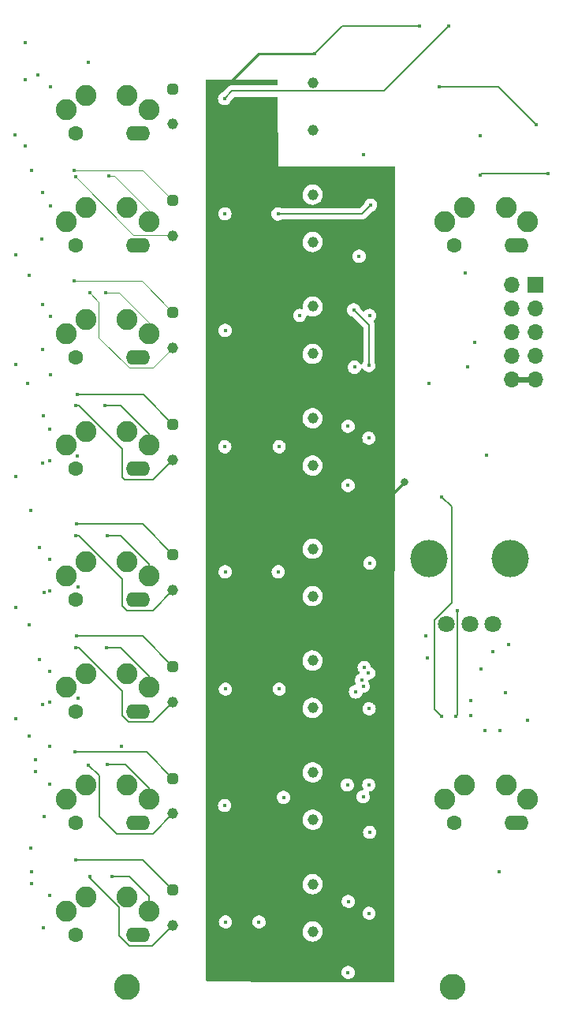
<source format=gbr>
%TF.GenerationSoftware,KiCad,Pcbnew,(6.0.1)*%
%TF.CreationDate,2023-02-18T17:41:41-08:00*%
%TF.ProjectId,pipes,70697065-732e-46b6-9963-61645f706362,rev?*%
%TF.SameCoordinates,Original*%
%TF.FileFunction,Copper,L1,Top*%
%TF.FilePolarity,Positive*%
%FSLAX46Y46*%
G04 Gerber Fmt 4.6, Leading zero omitted, Abs format (unit mm)*
G04 Created by KiCad (PCBNEW (6.0.1)) date 2023-02-18 17:41:41*
%MOMM*%
%LPD*%
G01*
G04 APERTURE LIST*
G04 Aperture macros list*
%AMRoundRect*
0 Rectangle with rounded corners*
0 $1 Rounding radius*
0 $2 $3 $4 $5 $6 $7 $8 $9 X,Y pos of 4 corners*
0 Add a 4 corners polygon primitive as box body*
4,1,4,$2,$3,$4,$5,$6,$7,$8,$9,$2,$3,0*
0 Add four circle primitives for the rounded corners*
1,1,$1+$1,$2,$3*
1,1,$1+$1,$4,$5*
1,1,$1+$1,$6,$7*
1,1,$1+$1,$8,$9*
0 Add four rect primitives between the rounded corners*
20,1,$1+$1,$2,$3,$4,$5,0*
20,1,$1+$1,$4,$5,$6,$7,0*
20,1,$1+$1,$6,$7,$8,$9,0*
20,1,$1+$1,$8,$9,$2,$3,0*%
G04 Aperture macros list end*
%TA.AperFunction,ComponentPad*%
%ADD10RoundRect,0.287500X-0.287500X-0.287500X0.287500X-0.287500X0.287500X0.287500X-0.287500X0.287500X0*%
%TD*%
%TA.AperFunction,ComponentPad*%
%ADD11C,1.150000*%
%TD*%
%TA.AperFunction,WasherPad*%
%ADD12C,4.000000*%
%TD*%
%TA.AperFunction,ComponentPad*%
%ADD13C,1.800000*%
%TD*%
%TA.AperFunction,ComponentPad*%
%ADD14C,2.250000*%
%TD*%
%TA.AperFunction,ComponentPad*%
%ADD15O,2.600000X1.600000*%
%TD*%
%TA.AperFunction,ComponentPad*%
%ADD16C,1.600000*%
%TD*%
%TA.AperFunction,ComponentPad*%
%ADD17C,2.800000*%
%TD*%
%TA.AperFunction,ComponentPad*%
%ADD18R,1.700000X1.700000*%
%TD*%
%TA.AperFunction,ComponentPad*%
%ADD19O,1.700000X1.700000*%
%TD*%
%TA.AperFunction,ViaPad*%
%ADD20C,0.400000*%
%TD*%
%TA.AperFunction,ViaPad*%
%ADD21C,0.450000*%
%TD*%
%TA.AperFunction,ViaPad*%
%ADD22C,0.800000*%
%TD*%
%TA.AperFunction,Conductor*%
%ADD23C,0.200000*%
%TD*%
%TA.AperFunction,Conductor*%
%ADD24C,0.120000*%
%TD*%
%TA.AperFunction,Conductor*%
%ADD25C,0.250000*%
%TD*%
%TA.AperFunction,Conductor*%
%ADD26C,0.600000*%
%TD*%
G04 APERTURE END LIST*
D10*
%TO.P,U26,1,-*%
%TO.N,Net-(U26-Pad1)*%
X58170000Y-124600000D03*
D11*
%TO.P,U26,2,+*%
%TO.N,Net-(R54-Pad1)*%
X58170000Y-128400000D03*
%TO.P,U26,3*%
%TO.N,Net-(R59-Pad2)*%
X73170000Y-123960000D03*
%TO.P,U26,4*%
%TO.N,Net-(R53-Pad2)*%
X73170000Y-129040000D03*
%TD*%
D10*
%TO.P,U27,1,-*%
%TO.N,Net-(U27-Pad1)*%
X58170000Y-86600000D03*
D11*
%TO.P,U27,2,+*%
%TO.N,Net-(R56-Pad1)*%
X58170000Y-90400000D03*
%TO.P,U27,3*%
%TO.N,Net-(R60-Pad2)*%
X73170000Y-85960000D03*
%TO.P,U27,4*%
%TO.N,Net-(R55-Pad2)*%
X73170000Y-91040000D03*
%TD*%
D10*
%TO.P,U21,1,-*%
%TO.N,Net-(U21-Pad1)*%
X58170000Y-74600000D03*
D11*
%TO.P,U21,2,+*%
%TO.N,Net-(R47-Pad1)*%
X58170000Y-78400000D03*
%TO.P,U21,3*%
%TO.N,Net-(R51-Pad2)*%
X73170000Y-73960000D03*
%TO.P,U21,4*%
%TO.N,Net-(R46-Pad2)*%
X73170000Y-79040000D03*
%TD*%
D10*
%TO.P,U22,1,-*%
%TO.N,Net-(U22-Pad1)*%
X58170000Y-50600000D03*
D11*
%TO.P,U22,2,+*%
%TO.N,Net-(R49-Pad1)*%
X58170000Y-54400000D03*
%TO.P,U22,3*%
%TO.N,Net-(R52-Pad2)*%
X73170000Y-49960000D03*
%TO.P,U22,4*%
%TO.N,Net-(R48-Pad2)*%
X73170000Y-55040000D03*
%TD*%
D12*
%TO.P,RV1,*%
%TO.N,*%
X94420000Y-101030000D03*
X85620000Y-101030000D03*
D13*
%TO.P,RV1,1,1*%
%TO.N,unconnected-(RV1-Pad1)*%
X92520000Y-108030000D03*
%TO.P,RV1,2,2*%
%TO.N,Net-(R68-Pad2)*%
X90020000Y-108030000D03*
%TO.P,RV1,3,3*%
%TO.N,Net-(R10-Pad1)*%
X87520000Y-108030000D03*
%TD*%
D10*
%TO.P,U20,1,-*%
%TO.N,Net-(U20-Pad1)*%
X58170000Y-112600000D03*
D11*
%TO.P,U20,2,+*%
%TO.N,Net-(R45-Pad1)*%
X58170000Y-116400000D03*
%TO.P,U20,3*%
%TO.N,Net-(R50-Pad2)*%
X73170000Y-111960000D03*
%TO.P,U20,4*%
%TO.N,Net-(R44-Pad2)*%
X73170000Y-117040000D03*
%TD*%
D14*
%TO.P,J9,1,G*%
%TO.N,GND*%
X46670000Y-88850000D03*
%TO.P,J9,2,T*%
%TO.N,Net-(J9-Pad2)*%
X55570000Y-88850000D03*
%TO.P,J9,3,S*%
%TO.N,GND*%
X48820000Y-87350000D03*
%TO.P,J9,4,SW*%
X53270000Y-87350000D03*
D15*
%TO.P,J9,5*%
%TO.N,N/C*%
X54410000Y-91400000D03*
D16*
%TO.P,J9,6*%
X47730000Y-91400000D03*
%TD*%
D10*
%TO.P,U28,1,-*%
%TO.N,Net-(U28-Pad1)*%
X58170000Y-62600000D03*
D11*
%TO.P,U28,2,+*%
%TO.N,Net-(R58-Pad1)*%
X58170000Y-66400000D03*
%TO.P,U28,3*%
%TO.N,Net-(R61-Pad2)*%
X73170000Y-61960000D03*
%TO.P,U28,4*%
%TO.N,Net-(R57-Pad2)*%
X73170000Y-67040000D03*
%TD*%
D10*
%TO.P,U33,1,-*%
%TO.N,Net-(U33-Pad1)*%
X58170000Y-100600000D03*
D11*
%TO.P,U33,2,+*%
%TO.N,Net-(R65-Pad1)*%
X58170000Y-104400000D03*
%TO.P,U33,3*%
%TO.N,Net-(R67-Pad2)*%
X73170000Y-99960000D03*
%TO.P,U33,4*%
%TO.N,Net-(R64-Pad2)*%
X73170000Y-105040000D03*
%TD*%
D10*
%TO.P,U32,1,-*%
%TO.N,Net-(U32-Pad1)*%
X58170000Y-136600000D03*
D11*
%TO.P,U32,2,+*%
%TO.N,Net-(R63-Pad1)*%
X58170000Y-140400000D03*
%TO.P,U32,3*%
%TO.N,Net-(R66-Pad2)*%
X73170000Y-135960000D03*
%TO.P,U32,4*%
%TO.N,Net-(R62-Pad2)*%
X73170000Y-141040000D03*
%TD*%
D14*
%TO.P,J7,1,G*%
%TO.N,GND*%
X46670000Y-52850000D03*
%TO.P,J7,2,T*%
%TO.N,Net-(J7-Pad2)*%
X55570000Y-52850000D03*
%TO.P,J7,3,S*%
%TO.N,GND*%
X48820000Y-51350000D03*
%TO.P,J7,4,SW*%
X53270000Y-51350000D03*
D15*
%TO.P,J7,5*%
%TO.N,N/C*%
X54410000Y-55400000D03*
D16*
%TO.P,J7,6*%
X47730000Y-55400000D03*
%TD*%
D14*
%TO.P,J12,1,G*%
%TO.N,GND*%
X46670000Y-102850000D03*
%TO.P,J12,2,T*%
%TO.N,Net-(J12-Pad2)*%
X55570000Y-102850000D03*
%TO.P,J12,3,S*%
%TO.N,GND*%
X48820000Y-101350000D03*
%TO.P,J12,4,SW*%
X53270000Y-101350000D03*
D15*
%TO.P,J12,5*%
%TO.N,N/C*%
X54410000Y-105400000D03*
D16*
%TO.P,J12,6*%
X47730000Y-105400000D03*
%TD*%
D14*
%TO.P,J5,1,G*%
%TO.N,GND*%
X46670000Y-114850000D03*
%TO.P,J5,2,T*%
%TO.N,Net-(J5-Pad2)*%
X55570000Y-114850000D03*
%TO.P,J5,3,S*%
%TO.N,GND*%
X48820000Y-113350000D03*
%TO.P,J5,4,SW*%
X53270000Y-113350000D03*
D15*
%TO.P,J5,5*%
%TO.N,N/C*%
X54410000Y-117400000D03*
D16*
%TO.P,J5,6*%
X47730000Y-117400000D03*
%TD*%
D14*
%TO.P,J10,1,G*%
%TO.N,GND*%
X46670000Y-64850000D03*
%TO.P,J10,2,T*%
%TO.N,Net-(J10-Pad2)*%
X55570000Y-64850000D03*
%TO.P,J10,3,S*%
%TO.N,GND*%
X48820000Y-63350000D03*
%TO.P,J10,4,SW*%
X53270000Y-63350000D03*
D15*
%TO.P,J10,5*%
%TO.N,N/C*%
X54410000Y-67400000D03*
D16*
%TO.P,J10,6*%
X47730000Y-67400000D03*
%TD*%
D14*
%TO.P,J4,1,G*%
%TO.N,GND*%
X87320000Y-126850000D03*
%TO.P,J4,2,T*%
%TO.N,Net-(J4-Pad2)*%
X96220000Y-126850000D03*
%TO.P,J4,3,S*%
%TO.N,GND*%
X89470000Y-125350000D03*
%TO.P,J4,4,SW*%
%TO.N,unconnected-(J4-Pad4)*%
X93920000Y-125350000D03*
D15*
%TO.P,J4,5*%
%TO.N,N/C*%
X95060000Y-129400000D03*
D16*
%TO.P,J4,6*%
X88380000Y-129400000D03*
%TD*%
D14*
%TO.P,J11,1,G*%
%TO.N,GND*%
X46670000Y-138850000D03*
%TO.P,J11,2,T*%
%TO.N,Net-(J11-Pad2)*%
X55570000Y-138850000D03*
%TO.P,J11,3,S*%
%TO.N,GND*%
X48820000Y-137350000D03*
%TO.P,J11,4,SW*%
X53270000Y-137350000D03*
D15*
%TO.P,J11,5*%
%TO.N,N/C*%
X54410000Y-141400000D03*
D16*
%TO.P,J11,6*%
X47730000Y-141400000D03*
%TD*%
D14*
%TO.P,J1,1,G*%
%TO.N,GND*%
X87320000Y-64850000D03*
%TO.P,J1,2,T*%
%TO.N,Net-(J1-Pad2)*%
X96220000Y-64850000D03*
%TO.P,J1,3,S*%
%TO.N,GND*%
X89470000Y-63350000D03*
%TO.P,J1,4,SW*%
X93920000Y-63350000D03*
D15*
%TO.P,J1,5*%
%TO.N,N/C*%
X95060000Y-67400000D03*
D16*
%TO.P,J1,6*%
X88380000Y-67400000D03*
%TD*%
D14*
%TO.P,J8,1,G*%
%TO.N,GND*%
X46670000Y-126850000D03*
%TO.P,J8,2,T*%
%TO.N,Net-(J8-Pad2)*%
X55570000Y-126850000D03*
%TO.P,J8,3,S*%
%TO.N,GND*%
X48820000Y-125350000D03*
%TO.P,J8,4,SW*%
X53270000Y-125350000D03*
D15*
%TO.P,J8,5*%
%TO.N,N/C*%
X54410000Y-129400000D03*
D16*
%TO.P,J8,6*%
X47730000Y-129400000D03*
%TD*%
D14*
%TO.P,J6,1,G*%
%TO.N,GND*%
X46670000Y-76850000D03*
%TO.P,J6,2,T*%
%TO.N,Net-(J6-Pad2)*%
X55570000Y-76850000D03*
%TO.P,J6,3,S*%
%TO.N,GND*%
X48820000Y-75350000D03*
%TO.P,J6,4,SW*%
X53270000Y-75350000D03*
D15*
%TO.P,J6,5*%
%TO.N,N/C*%
X54410000Y-79400000D03*
D16*
%TO.P,J6,6*%
X47730000Y-79400000D03*
%TD*%
D17*
%TO.P,TP1,1,1*%
%TO.N,GND*%
X88170000Y-146950000D03*
%TD*%
%TO.P,TP2,1,1*%
%TO.N,GND*%
X53230000Y-146950000D03*
%TD*%
D18*
%TO.P,J2,1,Pin_1*%
%TO.N,Net-(D3-Pad1)*%
X97085000Y-71635000D03*
D19*
%TO.P,J2,2,Pin_2*%
X94545000Y-71635000D03*
%TO.P,J2,3,Pin_3*%
%TO.N,GND*%
X97085000Y-74175000D03*
%TO.P,J2,4,Pin_4*%
X94545000Y-74175000D03*
%TO.P,J2,5,Pin_5*%
X97085000Y-76715000D03*
%TO.P,J2,6,Pin_6*%
X94545000Y-76715000D03*
%TO.P,J2,7,Pin_7*%
X97085000Y-79255000D03*
%TO.P,J2,8,Pin_8*%
X94545000Y-79255000D03*
%TO.P,J2,9,Pin_9*%
%TO.N,Net-(D4-Pad2)*%
X97085000Y-81795000D03*
%TO.P,J2,10,Pin_10*%
X94545000Y-81795000D03*
%TD*%
D20*
%TO.N,+12V*%
X85660000Y-82240000D03*
%TO.N,Net-(U16-Pad3)*%
X79225000Y-139075000D03*
%TO.N,{slash}8*%
X76975000Y-145425000D03*
X76995000Y-137805000D03*
%TO.N,Net-(U16-Pad3)*%
X67405000Y-140005000D03*
%TO.N,Net-(U12-Pad3)*%
X70046891Y-126646891D03*
X78600000Y-126575000D03*
%TO.N,{slash}7*%
X79195000Y-125305000D03*
X76895000Y-125305000D03*
X79300000Y-130400000D03*
%TO.N,Net-(U4-Pad3)*%
X78600000Y-114700000D03*
X69575000Y-115025000D03*
%TO.N,{slash}6*%
X79175000Y-113325000D03*
X79235000Y-117135000D03*
%TO.N,Net-(U17-Pad3)*%
X69475000Y-102425000D03*
X79305000Y-101495000D03*
%TO.N,Net-(U10-Pad3)*%
X69575000Y-89025000D03*
X79205000Y-88095000D03*
%TO.N,{slash}4*%
X76975000Y-93175000D03*
X76975000Y-86825000D03*
%TO.N,Net-(U5-Pad3)*%
X71775480Y-74924520D03*
X79275480Y-74924520D03*
%TO.N,{slash}3*%
X79200000Y-80300000D03*
X77575000Y-74325000D03*
%TO.N,Net-(J9-Pad2)*%
X50900000Y-84590000D03*
%TO.N,Net-(R56-Pad1)*%
X47720000Y-84590000D03*
%TO.N,Net-(U27-Pad1)*%
X47860000Y-83440000D03*
%TO.N,-12V*%
X47860000Y-89990000D03*
X44950000Y-90530000D03*
%TO.N,Net-(J12-Pad2)*%
X51080000Y-98580000D03*
%TO.N,Net-(R65-Pad1)*%
X47705000Y-98585000D03*
%TO.N,Net-(U33-Pad1)*%
X47825000Y-97315000D03*
%TO.N,-12V*%
X47950000Y-104030000D03*
X44940000Y-104470000D03*
%TO.N,Net-(R50-Pad2)*%
X44140000Y-116640000D03*
%TO.N,Net-(R45-Pad1)*%
X47730000Y-110600000D03*
%TO.N,Net-(J5-Pad2)*%
X51050000Y-110600000D03*
%TO.N,Net-(U20-Pad1)*%
X47785000Y-109315000D03*
%TO.N,-12V*%
X44960000Y-116460000D03*
X48010000Y-116030000D03*
%TO.N,Net-(J8-Pad2)*%
X51150000Y-123150000D03*
%TO.N,Net-(R54-Pad1)*%
X49100000Y-123180000D03*
%TO.N,Net-(U26-Pad1)*%
X47630000Y-121790000D03*
%TO.N,-12V*%
X44940000Y-121180000D03*
X52600000Y-121170000D03*
%TO.N,Net-(R63-Pad1)*%
X49220000Y-135140000D03*
%TO.N,Net-(J11-Pad2)*%
X51580000Y-135150000D03*
%TO.N,Net-(U32-Pad1)*%
X47715000Y-133345000D03*
%TO.N,Net-(R59-Pad2)*%
X44340000Y-128700000D03*
X43415000Y-123895000D03*
%TO.N,Net-(R66-Pad2)*%
X44280000Y-140650000D03*
X42990000Y-135880000D03*
%TO.N,VCO7*%
X43445000Y-122625000D03*
%TO.N,VCO8*%
X93175000Y-134615000D03*
%TO.N,VCO7*%
X91700000Y-119490000D03*
%TO.N,VCO8*%
X93280000Y-119490000D03*
X42965000Y-134615000D03*
%TO.N,VCO4*%
X86990000Y-117920000D03*
X87030000Y-94400000D03*
%TO.N,VCO5*%
X88680480Y-106569520D03*
X41270000Y-106300000D03*
X88570000Y-117920000D03*
%TO.N,VCO6*%
X90160000Y-117900000D03*
X41320000Y-118240000D03*
%TO.N,VCO4*%
X41280000Y-92220000D03*
%TO.N,Clk*%
X87780000Y-43880000D03*
D21*
%TO.N,VCO3*%
X77665000Y-80475000D03*
X41310000Y-80200000D03*
X77795480Y-115305480D03*
%TO.N,-12V*%
X44980000Y-81310000D03*
D20*
%TO.N,Net-(R50-Pad2)*%
X43795000Y-111855000D03*
%TO.N,Net-(R67-Pad2)*%
X44330000Y-104680000D03*
X43815000Y-99855000D03*
%TO.N,Net-(R60-Pad2)*%
X44210000Y-90760000D03*
X44260000Y-85720000D03*
%TO.N,Net-(R51-Pad2)*%
X44140000Y-78570000D03*
X44140000Y-73750000D03*
%TO.N,Net-(R47-Pad1)*%
X49220000Y-72520000D03*
%TO.N,Net-(J6-Pad2)*%
X50970000Y-72520000D03*
%TO.N,Net-(U21-Pad1)*%
X47593000Y-71247000D03*
%TO.N,VCO2*%
X78160479Y-68569521D03*
X41250000Y-68430000D03*
X78425480Y-114035480D03*
%TO.N,Net-(R61-Pad2)*%
X44120000Y-66750000D03*
X44180000Y-61760000D03*
%TO.N,Clk*%
X63715000Y-51645000D03*
X63755000Y-64025000D03*
X63775000Y-76525000D03*
X63735000Y-89025000D03*
X63775000Y-102425000D03*
X63795000Y-115025000D03*
X63715000Y-127505000D03*
X63805000Y-140005000D03*
%TO.N,VCO1*%
X78630000Y-57670000D03*
X41240000Y-55580000D03*
X78700000Y-112690000D03*
%TO.N,Net-(R58-Pad1)*%
X47707500Y-60047500D03*
%TO.N,Net-(J10-Pad2)*%
X51270000Y-59960000D03*
%TO.N,Net-(U28-Pad1)*%
X47585000Y-59355000D03*
D21*
%TO.N,Net-(R49-Pad1)*%
X49121069Y-47778931D03*
%TO.N,Net-(R52-Pad2)*%
X42339511Y-56740489D03*
X42310359Y-49629641D03*
%TO.N,-12V*%
X44940000Y-137160000D03*
X44940000Y-125220000D03*
X44940000Y-113130000D03*
X44940000Y-101130000D03*
X44950000Y-87110000D03*
X44980000Y-75060000D03*
X44985000Y-63185000D03*
X44985000Y-50355000D03*
%TO.N,Net-(R52-Pad2)*%
X43670000Y-49090000D03*
%TO.N,+12V*%
X42740000Y-120090000D03*
X42985000Y-59355000D03*
X42692520Y-70647480D03*
X42550000Y-82240000D03*
X42900000Y-95870000D03*
X42690000Y-108120000D03*
X42860000Y-132050000D03*
X42295000Y-45675000D03*
%TO.N,-12V*%
X90600000Y-77820000D03*
X93845000Y-115405000D03*
%TO.N,+12V*%
X91820000Y-89960000D03*
D20*
X85347500Y-109277500D03*
%TO.N,Net-(R10-Pad1)*%
X85495000Y-111665000D03*
%TO.N,Net-(R68-Pad2)*%
X92485000Y-111035000D03*
%TO.N,Net-(C13-Pad1)*%
X96220000Y-118350000D03*
X94173750Y-110266250D03*
%TO.N,Net-(R10-Pad1)*%
X91230000Y-112890000D03*
X90140000Y-116240000D03*
%TO.N,Net-(U11-Pad3)*%
X69450000Y-64030000D03*
X79395000Y-63095000D03*
D21*
%TO.N,+12V*%
X86775000Y-50415000D03*
X97170000Y-54480000D03*
X89827500Y-80447500D03*
%TO.N,-12V*%
X91151250Y-59848750D03*
X98430000Y-59730000D03*
X91151250Y-55661250D03*
X89592500Y-70327500D03*
D20*
%TO.N,+5V*%
X73407500Y-46802500D03*
X84670000Y-43880000D03*
X77115000Y-73055000D03*
X77115000Y-85555000D03*
X76850000Y-112040000D03*
X77075000Y-124035000D03*
X77030000Y-136550000D03*
X63815000Y-138705000D03*
X63885000Y-126205000D03*
X63925000Y-113725000D03*
X63835000Y-101125000D03*
X63720000Y-87740000D03*
X63675000Y-75225000D03*
X76995000Y-60555000D03*
X63785000Y-62725000D03*
X63805000Y-50345000D03*
D22*
X75640000Y-98030000D03*
X83050000Y-92760000D03*
%TD*%
D23*
%TO.N,{slash}3*%
X79200000Y-75950000D02*
X79200000Y-80300000D01*
X77575000Y-74325000D02*
X79200000Y-75950000D01*
%TO.N,Net-(J9-Pad2)*%
X55570000Y-87635436D02*
X55570000Y-88850000D01*
X52524564Y-84590000D02*
X55570000Y-87635436D01*
X50900000Y-84590000D02*
X52524564Y-84590000D01*
%TO.N,Net-(R56-Pad1)*%
X52740480Y-92330480D02*
X52979520Y-92569520D01*
X52979520Y-92569520D02*
X56000480Y-92569520D01*
X52740480Y-89255916D02*
X52740480Y-92330480D01*
X56000480Y-92569520D02*
X58170000Y-90400000D01*
X48074564Y-84590000D02*
X52740480Y-89255916D01*
X47720000Y-84590000D02*
X48074564Y-84590000D01*
%TO.N,Net-(U27-Pad1)*%
X55010000Y-83440000D02*
X58170000Y-86600000D01*
X47860000Y-83440000D02*
X55010000Y-83440000D01*
%TO.N,Net-(R65-Pad1)*%
X56000480Y-106569520D02*
X58170000Y-104400000D01*
X53239520Y-106569520D02*
X56000480Y-106569520D01*
X52740480Y-106070480D02*
X53239520Y-106569520D01*
X52740480Y-103255916D02*
X52740480Y-106070480D01*
X48069564Y-98585000D02*
X52740480Y-103255916D01*
X47705000Y-98585000D02*
X48069564Y-98585000D01*
%TO.N,Net-(J12-Pad2)*%
X55570000Y-101635436D02*
X55570000Y-102850000D01*
X52514564Y-98580000D02*
X55570000Y-101635436D01*
X51080000Y-98580000D02*
X52514564Y-98580000D01*
%TO.N,Net-(U33-Pad1)*%
X54885000Y-97315000D02*
X58170000Y-100600000D01*
X47825000Y-97315000D02*
X54885000Y-97315000D01*
%TO.N,Net-(R45-Pad1)*%
X52740480Y-117884431D02*
X53425569Y-118569520D01*
X52740480Y-115255916D02*
X52740480Y-117884431D01*
X56000480Y-118569520D02*
X58170000Y-116400000D01*
X48084564Y-110600000D02*
X52740480Y-115255916D01*
X47730000Y-110600000D02*
X48084564Y-110600000D01*
X53425569Y-118569520D02*
X56000480Y-118569520D01*
%TO.N,Net-(J5-Pad2)*%
X55570000Y-113635436D02*
X55570000Y-114850000D01*
X52534564Y-110600000D02*
X55570000Y-113635436D01*
X51050000Y-110600000D02*
X52534564Y-110600000D01*
%TO.N,Net-(U20-Pad1)*%
X54885000Y-109315000D02*
X58170000Y-112600000D01*
X47785000Y-109315000D02*
X54885000Y-109315000D01*
%TO.N,Net-(J8-Pad2)*%
X55570000Y-125635436D02*
X55570000Y-126850000D01*
X53084564Y-123150000D02*
X55570000Y-125635436D01*
X51150000Y-123150000D02*
X53084564Y-123150000D01*
%TO.N,Net-(R54-Pad1)*%
X56000480Y-130569520D02*
X58170000Y-128400000D01*
X52109520Y-130569520D02*
X56000480Y-130569520D01*
X50244511Y-128704511D02*
X52109520Y-130569520D01*
X49100000Y-123180000D02*
X50244511Y-124324511D01*
X50244511Y-124324511D02*
X50244511Y-128704511D01*
%TO.N,Net-(U26-Pad1)*%
X55360000Y-121790000D02*
X58170000Y-124600000D01*
X47630000Y-121790000D02*
X55360000Y-121790000D01*
%TO.N,Net-(R63-Pad1)*%
X55970000Y-142600000D02*
X58170000Y-140400000D01*
X53456049Y-142600000D02*
X55970000Y-142600000D01*
X52370000Y-138464564D02*
X52370000Y-141513951D01*
X52370000Y-141513951D02*
X53456049Y-142600000D01*
X49220000Y-135314564D02*
X52370000Y-138464564D01*
X49220000Y-135140000D02*
X49220000Y-135314564D01*
%TO.N,Net-(J11-Pad2)*%
X51580000Y-135150000D02*
X53460990Y-135150000D01*
X53460990Y-135150000D02*
X55570000Y-137259010D01*
X55570000Y-137259010D02*
X55570000Y-138850000D01*
%TO.N,Net-(U32-Pad1)*%
X54915000Y-133345000D02*
X58170000Y-136600000D01*
X47715000Y-133345000D02*
X54915000Y-133345000D01*
%TO.N,VCO4*%
X86250000Y-117180000D02*
X86990000Y-117920000D01*
X88080000Y-105773634D02*
X86250000Y-107603634D01*
X88080000Y-95450000D02*
X88080000Y-105773634D01*
X87030000Y-94400000D02*
X88080000Y-95450000D01*
X86250000Y-107603634D02*
X86250000Y-117180000D01*
%TO.N,VCO5*%
X88719511Y-117770489D02*
X88570000Y-117920000D01*
X88680480Y-106569520D02*
X88719511Y-106608551D01*
X88719511Y-106608551D02*
X88719511Y-117770489D01*
%TO.N,Clk*%
X64525489Y-50834511D02*
X63715000Y-51645000D01*
X80825489Y-50834511D02*
X64525489Y-50834511D01*
X87780000Y-43880000D02*
X80825489Y-50834511D01*
D24*
%TO.N,Net-(R47-Pad1)*%
X56020000Y-80550000D02*
X58170000Y-78400000D01*
X53462618Y-80550000D02*
X56020000Y-80550000D01*
X50204511Y-77291893D02*
X53462618Y-80550000D01*
X50204511Y-73504511D02*
X50204511Y-77291893D01*
X49220000Y-72520000D02*
X50204511Y-73504511D01*
%TO.N,Net-(J6-Pad2)*%
X52397995Y-72520000D02*
X55570000Y-75692005D01*
X55570000Y-75692005D02*
X55570000Y-76850000D01*
X50970000Y-72520000D02*
X52397995Y-72520000D01*
%TO.N,Net-(U21-Pad1)*%
X54817000Y-71247000D02*
X58170000Y-74600000D01*
X47593000Y-71247000D02*
X54817000Y-71247000D01*
%TO.N,Net-(R58-Pad1)*%
X58040480Y-66270480D02*
X58170000Y-66400000D01*
X53930480Y-66270480D02*
X58040480Y-66270480D01*
X47707500Y-60047500D02*
X53930480Y-66270480D01*
%TO.N,Net-(J10-Pad2)*%
X55570000Y-63692005D02*
X55570000Y-64850000D01*
X51837995Y-59960000D02*
X55570000Y-63692005D01*
X51270000Y-59960000D02*
X51837995Y-59960000D01*
%TO.N,Net-(U28-Pad1)*%
X47585000Y-59355000D02*
X54925000Y-59355000D01*
X54925000Y-59355000D02*
X58170000Y-62600000D01*
D23*
%TO.N,Net-(U11-Pad3)*%
X78460000Y-64030000D02*
X79395000Y-63095000D01*
X69450000Y-64030000D02*
X78460000Y-64030000D01*
%TO.N,+12V*%
X93105000Y-50415000D02*
X97170000Y-54480000D01*
X86775000Y-50415000D02*
X93105000Y-50415000D01*
%TO.N,-12V*%
X91270000Y-59730000D02*
X91151250Y-59848750D01*
X98430000Y-59730000D02*
X91270000Y-59730000D01*
D25*
%TO.N,+5V*%
X63805000Y-50345000D02*
X67347500Y-46802500D01*
X67347500Y-46802500D02*
X73407500Y-46802500D01*
D23*
X76330000Y-43880000D02*
X73407500Y-46802500D01*
X84670000Y-43880000D02*
X76330000Y-43880000D01*
D26*
%TO.N,Net-(D4-Pad2)*%
X97085000Y-81795000D02*
X94545000Y-81795000D01*
D25*
%TO.N,+5V*%
X77780000Y-98030000D02*
X75640000Y-98030000D01*
X83050000Y-92760000D02*
X77780000Y-98030000D01*
%TD*%
%TA.AperFunction,Conductor*%
%TO.N,+5V*%
G36*
X69382256Y-49660002D02*
G01*
X69428749Y-49713658D01*
X69440135Y-49765865D01*
X69440494Y-50099876D01*
X69420565Y-50168018D01*
X69366959Y-50214568D01*
X69314494Y-50226011D01*
X64573633Y-50226011D01*
X64557187Y-50224933D01*
X64533677Y-50221838D01*
X64525489Y-50220760D01*
X64366638Y-50241673D01*
X64218613Y-50302987D01*
X64172794Y-50338145D01*
X64123426Y-50376026D01*
X64123410Y-50376040D01*
X64098055Y-50395495D01*
X64098052Y-50395498D01*
X64091502Y-50400524D01*
X64086472Y-50407079D01*
X64072037Y-50425890D01*
X64061170Y-50438281D01*
X63566583Y-50932868D01*
X63506902Y-50966292D01*
X63473602Y-50974286D01*
X63473598Y-50974287D01*
X63466223Y-50976058D01*
X63313839Y-51054709D01*
X63184615Y-51167439D01*
X63086010Y-51307739D01*
X63083250Y-51314819D01*
X63031223Y-51448261D01*
X63023718Y-51467509D01*
X63022726Y-51475042D01*
X63022726Y-51475043D01*
X63022085Y-51479916D01*
X63001335Y-51637526D01*
X63002169Y-51645076D01*
X63018041Y-51788842D01*
X63020153Y-51807975D01*
X63022762Y-51815106D01*
X63022763Y-51815108D01*
X63028557Y-51830941D01*
X63079085Y-51969015D01*
X63174730Y-52111349D01*
X63301565Y-52226760D01*
X63452268Y-52308585D01*
X63618139Y-52352101D01*
X63705586Y-52353474D01*
X63782003Y-52354675D01*
X63782006Y-52354675D01*
X63789602Y-52354794D01*
X63797006Y-52353098D01*
X63797008Y-52353098D01*
X63859846Y-52338706D01*
X63956759Y-52316510D01*
X64109958Y-52239459D01*
X64115729Y-52234530D01*
X64115732Y-52234528D01*
X64234578Y-52133023D01*
X64240355Y-52128089D01*
X64340424Y-51988830D01*
X64403894Y-51830940D01*
X64431707Y-51788842D01*
X64740633Y-51479916D01*
X64802945Y-51445890D01*
X64829728Y-51443011D01*
X69316072Y-51443011D01*
X69384193Y-51463013D01*
X69430686Y-51516669D01*
X69442072Y-51568875D01*
X69450000Y-58950000D01*
X81913827Y-58950000D01*
X81981948Y-58970002D01*
X82028441Y-59023658D01*
X82039827Y-59076173D01*
X81920173Y-146393486D01*
X81900077Y-146461579D01*
X81846358Y-146507998D01*
X81793488Y-146519311D01*
X71197091Y-146461579D01*
X61855223Y-146410682D01*
X61787212Y-146390309D01*
X61741012Y-146336401D01*
X61729909Y-146284775D01*
X61729801Y-146134675D01*
X61729282Y-145417526D01*
X76261335Y-145417526D01*
X76280153Y-145587975D01*
X76282762Y-145595106D01*
X76282763Y-145595108D01*
X76290688Y-145616764D01*
X76339085Y-145749015D01*
X76434730Y-145891349D01*
X76561565Y-146006760D01*
X76712268Y-146088585D01*
X76878139Y-146132101D01*
X76965586Y-146133474D01*
X77042003Y-146134675D01*
X77042006Y-146134675D01*
X77049602Y-146134794D01*
X77057006Y-146133098D01*
X77057008Y-146133098D01*
X77119846Y-146118706D01*
X77216759Y-146096510D01*
X77369958Y-146019459D01*
X77375729Y-146014530D01*
X77375732Y-146014528D01*
X77494578Y-145913023D01*
X77500355Y-145908089D01*
X77600424Y-145768830D01*
X77664385Y-145609720D01*
X77688547Y-145439947D01*
X77688704Y-145425000D01*
X77668102Y-145254758D01*
X77607487Y-145094344D01*
X77510357Y-144953019D01*
X77504686Y-144947966D01*
X77387993Y-144843996D01*
X77387990Y-144843994D01*
X77382321Y-144838943D01*
X77374325Y-144834709D01*
X77237481Y-144762254D01*
X77237482Y-144762254D01*
X77230769Y-144758700D01*
X77213196Y-144754286D01*
X77071822Y-144718775D01*
X77071818Y-144718775D01*
X77064451Y-144716924D01*
X77056852Y-144716884D01*
X77056850Y-144716884D01*
X76985394Y-144716510D01*
X76892969Y-144716026D01*
X76885589Y-144717798D01*
X76885587Y-144717798D01*
X76733602Y-144754286D01*
X76733598Y-144754287D01*
X76726223Y-144756058D01*
X76573839Y-144834709D01*
X76444615Y-144947439D01*
X76346010Y-145087739D01*
X76283718Y-145247509D01*
X76261335Y-145417526D01*
X61729282Y-145417526D01*
X61726095Y-141011516D01*
X72082231Y-141011516D01*
X72095255Y-141210223D01*
X72144272Y-141403229D01*
X72227641Y-141584071D01*
X72230974Y-141588787D01*
X72278709Y-141656330D01*
X72342570Y-141746692D01*
X72485210Y-141885645D01*
X72650784Y-141996278D01*
X72656087Y-141998556D01*
X72656090Y-141998558D01*
X72828439Y-142072605D01*
X72833746Y-142074885D01*
X72905276Y-142091071D01*
X73022332Y-142117558D01*
X73022337Y-142117559D01*
X73027969Y-142118833D01*
X73033740Y-142119060D01*
X73033742Y-142119060D01*
X73093969Y-142121426D01*
X73226949Y-142126651D01*
X73342506Y-142109896D01*
X73418300Y-142098907D01*
X73418304Y-142098906D01*
X73424022Y-142098077D01*
X73429494Y-142096219D01*
X73429496Y-142096219D01*
X73607119Y-142035923D01*
X73612587Y-142034067D01*
X73786330Y-141936766D01*
X73843938Y-141888855D01*
X73935001Y-141813119D01*
X73939433Y-141809433D01*
X74066766Y-141656330D01*
X74164067Y-141482587D01*
X74228077Y-141294022D01*
X74241064Y-141204455D01*
X74256118Y-141100623D01*
X74256651Y-141096949D01*
X74258142Y-141040000D01*
X74239921Y-140841702D01*
X74233660Y-140819500D01*
X74187436Y-140655604D01*
X74187435Y-140655602D01*
X74185868Y-140650045D01*
X74183314Y-140644865D01*
X74100349Y-140476627D01*
X74100346Y-140476623D01*
X74097794Y-140471447D01*
X73986106Y-140321879D01*
X73982100Y-140316515D01*
X73978647Y-140311891D01*
X73854104Y-140196764D01*
X73836660Y-140180639D01*
X73836658Y-140180637D01*
X73832419Y-140176719D01*
X73818561Y-140167975D01*
X73668886Y-140073537D01*
X73664006Y-140070458D01*
X73479049Y-139996668D01*
X73473389Y-139995542D01*
X73473385Y-139995541D01*
X73289410Y-139958946D01*
X73289405Y-139958946D01*
X73283742Y-139957819D01*
X73277967Y-139957743D01*
X73277963Y-139957743D01*
X73180390Y-139956466D01*
X73084625Y-139955212D01*
X72888368Y-139988936D01*
X72701543Y-140057859D01*
X72530406Y-140159675D01*
X72380690Y-140290972D01*
X72377118Y-140295503D01*
X72345726Y-140335324D01*
X72257407Y-140447355D01*
X72164688Y-140623586D01*
X72105637Y-140813763D01*
X72082231Y-141011516D01*
X61726095Y-141011516D01*
X61725361Y-139997526D01*
X63091335Y-139997526D01*
X63097775Y-140055861D01*
X63109237Y-140159675D01*
X63110153Y-140167975D01*
X63112762Y-140175106D01*
X63112763Y-140175108D01*
X63120688Y-140196764D01*
X63169085Y-140329015D01*
X63264730Y-140471349D01*
X63391565Y-140586760D01*
X63542268Y-140668585D01*
X63708139Y-140712101D01*
X63795586Y-140713474D01*
X63872003Y-140714675D01*
X63872006Y-140714675D01*
X63879602Y-140714794D01*
X63887006Y-140713098D01*
X63887008Y-140713098D01*
X63949846Y-140698706D01*
X64046759Y-140676510D01*
X64199958Y-140599459D01*
X64205729Y-140594530D01*
X64205732Y-140594528D01*
X64324578Y-140493023D01*
X64330355Y-140488089D01*
X64430424Y-140348830D01*
X64494385Y-140189720D01*
X64512731Y-140060811D01*
X64517966Y-140024031D01*
X64517966Y-140024027D01*
X64518547Y-140019947D01*
X64518704Y-140005000D01*
X64517800Y-139997526D01*
X66691335Y-139997526D01*
X66697775Y-140055861D01*
X66709237Y-140159675D01*
X66710153Y-140167975D01*
X66712762Y-140175106D01*
X66712763Y-140175108D01*
X66720688Y-140196764D01*
X66769085Y-140329015D01*
X66864730Y-140471349D01*
X66991565Y-140586760D01*
X67142268Y-140668585D01*
X67308139Y-140712101D01*
X67395586Y-140713474D01*
X67472003Y-140714675D01*
X67472006Y-140714675D01*
X67479602Y-140714794D01*
X67487006Y-140713098D01*
X67487008Y-140713098D01*
X67549846Y-140698706D01*
X67646759Y-140676510D01*
X67799958Y-140599459D01*
X67805729Y-140594530D01*
X67805732Y-140594528D01*
X67924578Y-140493023D01*
X67930355Y-140488089D01*
X68030424Y-140348830D01*
X68094385Y-140189720D01*
X68112731Y-140060811D01*
X68117966Y-140024031D01*
X68117966Y-140024027D01*
X68118547Y-140019947D01*
X68118704Y-140005000D01*
X68098102Y-139834758D01*
X68079223Y-139784794D01*
X68040171Y-139681447D01*
X68037487Y-139674344D01*
X67940357Y-139533019D01*
X67934686Y-139527966D01*
X67817993Y-139423996D01*
X67817990Y-139423994D01*
X67812321Y-139418943D01*
X67804325Y-139414709D01*
X67667481Y-139342254D01*
X67667482Y-139342254D01*
X67660769Y-139338700D01*
X67643196Y-139334286D01*
X67501822Y-139298775D01*
X67501818Y-139298775D01*
X67494451Y-139296924D01*
X67486852Y-139296884D01*
X67486850Y-139296884D01*
X67415394Y-139296510D01*
X67322969Y-139296026D01*
X67315589Y-139297798D01*
X67315587Y-139297798D01*
X67163602Y-139334286D01*
X67163598Y-139334287D01*
X67156223Y-139336058D01*
X67003839Y-139414709D01*
X66874615Y-139527439D01*
X66776010Y-139667739D01*
X66749801Y-139734962D01*
X66731376Y-139782220D01*
X66713718Y-139827509D01*
X66712726Y-139835042D01*
X66712726Y-139835043D01*
X66692466Y-139988936D01*
X66691335Y-139997526D01*
X64517800Y-139997526D01*
X64498102Y-139834758D01*
X64479223Y-139784794D01*
X64440171Y-139681447D01*
X64437487Y-139674344D01*
X64340357Y-139533019D01*
X64334686Y-139527966D01*
X64217993Y-139423996D01*
X64217990Y-139423994D01*
X64212321Y-139418943D01*
X64204325Y-139414709D01*
X64067481Y-139342254D01*
X64067482Y-139342254D01*
X64060769Y-139338700D01*
X64043196Y-139334286D01*
X63901822Y-139298775D01*
X63901818Y-139298775D01*
X63894451Y-139296924D01*
X63886852Y-139296884D01*
X63886850Y-139296884D01*
X63815394Y-139296510D01*
X63722969Y-139296026D01*
X63715589Y-139297798D01*
X63715587Y-139297798D01*
X63563602Y-139334286D01*
X63563598Y-139334287D01*
X63556223Y-139336058D01*
X63403839Y-139414709D01*
X63274615Y-139527439D01*
X63176010Y-139667739D01*
X63149801Y-139734962D01*
X63131376Y-139782220D01*
X63113718Y-139827509D01*
X63112726Y-139835042D01*
X63112726Y-139835043D01*
X63092466Y-139988936D01*
X63091335Y-139997526D01*
X61725361Y-139997526D01*
X61724688Y-139067526D01*
X78511335Y-139067526D01*
X78530153Y-139237975D01*
X78532762Y-139245106D01*
X78532763Y-139245108D01*
X78555802Y-139308064D01*
X78589085Y-139399015D01*
X78593322Y-139405321D01*
X78593324Y-139405324D01*
X78606545Y-139424998D01*
X78684730Y-139541349D01*
X78811565Y-139656760D01*
X78962268Y-139738585D01*
X79128139Y-139782101D01*
X79215586Y-139783474D01*
X79292003Y-139784675D01*
X79292006Y-139784675D01*
X79299602Y-139784794D01*
X79307006Y-139783098D01*
X79307008Y-139783098D01*
X79369846Y-139768706D01*
X79466759Y-139746510D01*
X79619958Y-139669459D01*
X79625729Y-139664530D01*
X79625732Y-139664528D01*
X79744578Y-139563023D01*
X79750355Y-139558089D01*
X79850424Y-139418830D01*
X79914385Y-139259720D01*
X79938547Y-139089947D01*
X79938704Y-139075000D01*
X79918102Y-138904758D01*
X79857487Y-138744344D01*
X79760357Y-138603019D01*
X79754686Y-138597966D01*
X79637993Y-138493996D01*
X79637990Y-138493994D01*
X79632321Y-138488943D01*
X79624325Y-138484709D01*
X79487481Y-138412254D01*
X79487482Y-138412254D01*
X79480769Y-138408700D01*
X79424348Y-138394528D01*
X79321822Y-138368775D01*
X79321818Y-138368775D01*
X79314451Y-138366924D01*
X79306852Y-138366884D01*
X79306850Y-138366884D01*
X79235394Y-138366510D01*
X79142969Y-138366026D01*
X79135589Y-138367798D01*
X79135587Y-138367798D01*
X78983602Y-138404286D01*
X78983598Y-138404287D01*
X78976223Y-138406058D01*
X78823839Y-138484709D01*
X78694615Y-138597439D01*
X78596010Y-138737739D01*
X78533718Y-138897509D01*
X78511335Y-139067526D01*
X61724688Y-139067526D01*
X61723770Y-137797526D01*
X76281335Y-137797526D01*
X76300153Y-137967975D01*
X76302762Y-137975106D01*
X76302763Y-137975108D01*
X76310688Y-137996764D01*
X76359085Y-138129015D01*
X76454730Y-138271349D01*
X76518148Y-138329055D01*
X76559766Y-138366924D01*
X76581565Y-138386760D01*
X76732268Y-138468585D01*
X76898139Y-138512101D01*
X76985586Y-138513474D01*
X77062003Y-138514675D01*
X77062006Y-138514675D01*
X77069602Y-138514794D01*
X77077006Y-138513098D01*
X77077008Y-138513098D01*
X77179177Y-138489698D01*
X77236759Y-138476510D01*
X77389958Y-138399459D01*
X77395729Y-138394530D01*
X77395732Y-138394528D01*
X77514578Y-138293023D01*
X77520355Y-138288089D01*
X77620424Y-138148830D01*
X77684385Y-137989720D01*
X77708547Y-137819947D01*
X77708704Y-137805000D01*
X77688102Y-137634758D01*
X77627487Y-137474344D01*
X77530357Y-137333019D01*
X77524686Y-137327966D01*
X77407993Y-137223996D01*
X77407990Y-137223994D01*
X77402321Y-137218943D01*
X77394325Y-137214709D01*
X77257481Y-137142254D01*
X77257482Y-137142254D01*
X77250769Y-137138700D01*
X77233196Y-137134286D01*
X77091822Y-137098775D01*
X77091818Y-137098775D01*
X77084451Y-137096924D01*
X77076852Y-137096884D01*
X77076850Y-137096884D01*
X77005394Y-137096510D01*
X76912969Y-137096026D01*
X76905589Y-137097798D01*
X76905587Y-137097798D01*
X76753602Y-137134286D01*
X76753598Y-137134287D01*
X76746223Y-137136058D01*
X76593839Y-137214709D01*
X76464615Y-137327439D01*
X76366010Y-137467739D01*
X76303718Y-137627509D01*
X76281335Y-137797526D01*
X61723770Y-137797526D01*
X61722420Y-135931516D01*
X72082231Y-135931516D01*
X72095255Y-136130223D01*
X72144272Y-136323229D01*
X72227641Y-136504071D01*
X72230974Y-136508787D01*
X72278709Y-136576330D01*
X72342570Y-136666692D01*
X72485210Y-136805645D01*
X72650784Y-136916278D01*
X72656087Y-136918556D01*
X72656090Y-136918558D01*
X72828439Y-136992605D01*
X72833746Y-136994885D01*
X72905276Y-137011071D01*
X73022332Y-137037558D01*
X73022337Y-137037559D01*
X73027969Y-137038833D01*
X73033740Y-137039060D01*
X73033742Y-137039060D01*
X73093969Y-137041426D01*
X73226949Y-137046651D01*
X73342506Y-137029896D01*
X73418300Y-137018907D01*
X73418304Y-137018906D01*
X73424022Y-137018077D01*
X73429494Y-137016219D01*
X73429496Y-137016219D01*
X73607119Y-136955923D01*
X73612587Y-136954067D01*
X73786330Y-136856766D01*
X73843938Y-136808855D01*
X73935001Y-136733119D01*
X73939433Y-136729433D01*
X74066766Y-136576330D01*
X74164067Y-136402587D01*
X74228077Y-136214022D01*
X74241064Y-136124455D01*
X74256118Y-136020623D01*
X74256651Y-136016949D01*
X74258142Y-135960000D01*
X74239921Y-135761702D01*
X74233660Y-135739500D01*
X74187436Y-135575604D01*
X74187435Y-135575602D01*
X74185868Y-135570045D01*
X74183314Y-135564865D01*
X74100349Y-135396627D01*
X74100346Y-135396623D01*
X74097794Y-135391447D01*
X73978647Y-135231891D01*
X73832419Y-135096719D01*
X73827536Y-135093638D01*
X73668886Y-134993537D01*
X73664006Y-134990458D01*
X73479049Y-134916668D01*
X73473389Y-134915542D01*
X73473385Y-134915541D01*
X73289410Y-134878946D01*
X73289405Y-134878946D01*
X73283742Y-134877819D01*
X73277967Y-134877743D01*
X73277963Y-134877743D01*
X73180390Y-134876466D01*
X73084625Y-134875212D01*
X72888368Y-134908936D01*
X72701543Y-134977859D01*
X72530406Y-135079675D01*
X72380690Y-135210972D01*
X72257407Y-135367355D01*
X72164688Y-135543586D01*
X72105637Y-135733763D01*
X72082231Y-135931516D01*
X61722420Y-135931516D01*
X61718413Y-130392526D01*
X78586335Y-130392526D01*
X78605153Y-130562975D01*
X78607762Y-130570106D01*
X78607763Y-130570108D01*
X78615688Y-130591764D01*
X78664085Y-130724015D01*
X78759730Y-130866349D01*
X78886565Y-130981760D01*
X79037268Y-131063585D01*
X79203139Y-131107101D01*
X79290586Y-131108474D01*
X79367003Y-131109675D01*
X79367006Y-131109675D01*
X79374602Y-131109794D01*
X79382006Y-131108098D01*
X79382008Y-131108098D01*
X79444846Y-131093706D01*
X79541759Y-131071510D01*
X79694958Y-130994459D01*
X79700729Y-130989530D01*
X79700732Y-130989528D01*
X79819578Y-130888023D01*
X79825355Y-130883089D01*
X79925424Y-130743830D01*
X79989385Y-130584720D01*
X80013547Y-130414947D01*
X80013704Y-130400000D01*
X79993102Y-130229758D01*
X79954142Y-130126651D01*
X79935171Y-130076447D01*
X79932487Y-130069344D01*
X79835357Y-129928019D01*
X79829686Y-129922966D01*
X79712993Y-129818996D01*
X79712990Y-129818994D01*
X79707321Y-129813943D01*
X79699325Y-129809709D01*
X79587927Y-129750727D01*
X79555769Y-129733700D01*
X79538196Y-129729286D01*
X79396822Y-129693775D01*
X79396818Y-129693775D01*
X79389451Y-129691924D01*
X79381852Y-129691884D01*
X79381850Y-129691884D01*
X79310394Y-129691510D01*
X79217969Y-129691026D01*
X79210589Y-129692798D01*
X79210587Y-129692798D01*
X79058602Y-129729286D01*
X79058598Y-129729287D01*
X79051223Y-129731058D01*
X78898839Y-129809709D01*
X78769615Y-129922439D01*
X78671010Y-130062739D01*
X78608718Y-130222509D01*
X78586335Y-130392526D01*
X61718413Y-130392526D01*
X61717414Y-129011516D01*
X72082231Y-129011516D01*
X72095255Y-129210223D01*
X72144272Y-129403229D01*
X72227641Y-129584071D01*
X72230974Y-129588787D01*
X72330269Y-129729286D01*
X72342570Y-129746692D01*
X72485210Y-129885645D01*
X72650784Y-129996278D01*
X72656087Y-129998556D01*
X72656090Y-129998558D01*
X72828439Y-130072605D01*
X72833746Y-130074885D01*
X72905276Y-130091071D01*
X73022332Y-130117558D01*
X73022337Y-130117559D01*
X73027969Y-130118833D01*
X73033740Y-130119060D01*
X73033742Y-130119060D01*
X73093969Y-130121426D01*
X73226949Y-130126651D01*
X73342506Y-130109896D01*
X73418300Y-130098907D01*
X73418304Y-130098906D01*
X73424022Y-130098077D01*
X73429494Y-130096219D01*
X73429496Y-130096219D01*
X73528123Y-130062739D01*
X73612587Y-130034067D01*
X73786330Y-129936766D01*
X73796848Y-129928019D01*
X73935001Y-129813119D01*
X73939433Y-129809433D01*
X74002419Y-129733700D01*
X74063077Y-129660766D01*
X74063079Y-129660764D01*
X74066766Y-129656330D01*
X74164067Y-129482587D01*
X74228077Y-129294022D01*
X74241064Y-129204455D01*
X74256118Y-129100623D01*
X74256651Y-129096949D01*
X74258142Y-129040000D01*
X74239921Y-128841702D01*
X74233660Y-128819500D01*
X74187436Y-128655604D01*
X74187435Y-128655602D01*
X74185868Y-128650045D01*
X74183314Y-128644865D01*
X74100349Y-128476627D01*
X74100346Y-128476623D01*
X74097794Y-128471447D01*
X73978647Y-128311891D01*
X73832419Y-128176719D01*
X73822580Y-128170511D01*
X73668886Y-128073537D01*
X73664006Y-128070458D01*
X73479049Y-127996668D01*
X73473389Y-127995542D01*
X73473385Y-127995541D01*
X73289410Y-127958946D01*
X73289405Y-127958946D01*
X73283742Y-127957819D01*
X73277967Y-127957743D01*
X73277963Y-127957743D01*
X73180390Y-127956466D01*
X73084625Y-127955212D01*
X72888368Y-127988936D01*
X72701543Y-128057859D01*
X72530406Y-128159675D01*
X72380690Y-128290972D01*
X72257407Y-128447355D01*
X72164688Y-128623586D01*
X72105637Y-128813763D01*
X72082231Y-129011516D01*
X61717414Y-129011516D01*
X61716319Y-127497526D01*
X63001335Y-127497526D01*
X63020153Y-127667975D01*
X63022762Y-127675106D01*
X63022763Y-127675108D01*
X63030688Y-127696764D01*
X63079085Y-127829015D01*
X63174730Y-127971349D01*
X63201317Y-127995541D01*
X63281299Y-128068319D01*
X63301565Y-128086760D01*
X63452268Y-128168585D01*
X63618139Y-128212101D01*
X63705586Y-128213474D01*
X63782003Y-128214675D01*
X63782006Y-128214675D01*
X63789602Y-128214794D01*
X63797006Y-128213098D01*
X63797008Y-128213098D01*
X63859846Y-128198706D01*
X63956759Y-128176510D01*
X64109958Y-128099459D01*
X64115729Y-128094530D01*
X64115732Y-128094528D01*
X64234578Y-127993023D01*
X64240355Y-127988089D01*
X64340424Y-127848830D01*
X64404385Y-127689720D01*
X64428547Y-127519947D01*
X64428704Y-127505000D01*
X64410741Y-127356566D01*
X64409015Y-127342299D01*
X64409014Y-127342296D01*
X64408102Y-127334758D01*
X64401922Y-127318401D01*
X64350171Y-127181447D01*
X64347487Y-127174344D01*
X64320388Y-127134914D01*
X64254659Y-127039278D01*
X64254658Y-127039276D01*
X64250357Y-127033019D01*
X64244686Y-127027966D01*
X64127993Y-126923996D01*
X64127990Y-126923994D01*
X64122321Y-126918943D01*
X64114325Y-126914709D01*
X63977481Y-126842254D01*
X63977482Y-126842254D01*
X63970769Y-126838700D01*
X63953196Y-126834286D01*
X63811822Y-126798775D01*
X63811818Y-126798775D01*
X63804451Y-126796924D01*
X63796852Y-126796884D01*
X63796850Y-126796884D01*
X63725394Y-126796510D01*
X63632969Y-126796026D01*
X63625589Y-126797798D01*
X63625587Y-126797798D01*
X63473602Y-126834286D01*
X63473598Y-126834287D01*
X63466223Y-126836058D01*
X63313839Y-126914709D01*
X63184615Y-127027439D01*
X63086010Y-127167739D01*
X63064254Y-127223541D01*
X63041376Y-127282220D01*
X63023718Y-127327509D01*
X63022726Y-127335042D01*
X63022726Y-127335043D01*
X63019893Y-127356566D01*
X63001335Y-127497526D01*
X61716319Y-127497526D01*
X61715698Y-126639417D01*
X69333226Y-126639417D01*
X69342635Y-126724642D01*
X69350820Y-126798775D01*
X69352044Y-126809866D01*
X69354653Y-126816997D01*
X69354654Y-126816999D01*
X69362579Y-126838655D01*
X69410976Y-126970906D01*
X69415213Y-126977212D01*
X69415215Y-126977215D01*
X69456920Y-127039278D01*
X69506621Y-127113240D01*
X69633456Y-127228651D01*
X69784159Y-127310476D01*
X69950030Y-127353992D01*
X70037477Y-127355365D01*
X70113894Y-127356566D01*
X70113897Y-127356566D01*
X70121493Y-127356685D01*
X70128897Y-127354989D01*
X70128899Y-127354989D01*
X70217231Y-127334758D01*
X70288650Y-127318401D01*
X70441849Y-127241350D01*
X70447620Y-127236421D01*
X70447623Y-127236419D01*
X70566469Y-127134914D01*
X70572246Y-127129980D01*
X70672315Y-126990721D01*
X70736276Y-126831611D01*
X70741335Y-126796066D01*
X70759857Y-126665922D01*
X70759857Y-126665918D01*
X70760438Y-126661838D01*
X70760595Y-126646891D01*
X70750991Y-126567526D01*
X77886335Y-126567526D01*
X77905153Y-126737975D01*
X77907762Y-126745106D01*
X77907763Y-126745108D01*
X77928698Y-126802316D01*
X77964085Y-126899015D01*
X77968322Y-126905321D01*
X77968324Y-126905324D01*
X77981545Y-126924998D01*
X78059730Y-127041349D01*
X78123147Y-127099054D01*
X78162557Y-127134914D01*
X78186565Y-127156760D01*
X78337268Y-127238585D01*
X78503139Y-127282101D01*
X78590586Y-127283474D01*
X78667003Y-127284675D01*
X78667006Y-127284675D01*
X78674602Y-127284794D01*
X78682006Y-127283098D01*
X78682008Y-127283098D01*
X78744846Y-127268706D01*
X78841759Y-127246510D01*
X78994958Y-127169459D01*
X79000729Y-127164530D01*
X79000732Y-127164528D01*
X79119578Y-127063023D01*
X79125355Y-127058089D01*
X79225424Y-126918830D01*
X79289385Y-126759720D01*
X79306027Y-126642785D01*
X79312966Y-126594031D01*
X79312966Y-126594027D01*
X79313547Y-126589947D01*
X79313704Y-126575000D01*
X79302715Y-126484190D01*
X79294015Y-126412299D01*
X79294014Y-126412296D01*
X79293102Y-126404758D01*
X79257288Y-126309977D01*
X79235171Y-126251447D01*
X79232487Y-126244344D01*
X79206239Y-126206153D01*
X79184139Y-126138684D01*
X79202024Y-126069977D01*
X79254216Y-126021846D01*
X79281948Y-126011966D01*
X79382474Y-125988943D01*
X79429359Y-125978205D01*
X79429360Y-125978205D01*
X79436759Y-125976510D01*
X79589958Y-125899459D01*
X79595729Y-125894530D01*
X79595732Y-125894528D01*
X79714578Y-125793023D01*
X79720355Y-125788089D01*
X79820424Y-125648830D01*
X79884385Y-125489720D01*
X79908547Y-125319947D01*
X79908704Y-125305000D01*
X79888102Y-125134758D01*
X79854810Y-125046651D01*
X79830171Y-124981447D01*
X79827487Y-124974344D01*
X79785373Y-124913068D01*
X79734659Y-124839278D01*
X79734658Y-124839276D01*
X79730357Y-124833019D01*
X79724686Y-124827966D01*
X79607993Y-124723996D01*
X79607990Y-124723994D01*
X79602321Y-124718943D01*
X79594325Y-124714709D01*
X79457481Y-124642254D01*
X79457482Y-124642254D01*
X79450769Y-124638700D01*
X79433196Y-124634286D01*
X79291822Y-124598775D01*
X79291818Y-124598775D01*
X79284451Y-124596924D01*
X79276852Y-124596884D01*
X79276850Y-124596884D01*
X79205394Y-124596510D01*
X79112969Y-124596026D01*
X79105589Y-124597798D01*
X79105587Y-124597798D01*
X78953602Y-124634286D01*
X78953598Y-124634287D01*
X78946223Y-124636058D01*
X78793839Y-124714709D01*
X78664615Y-124827439D01*
X78566010Y-124967739D01*
X78503718Y-125127509D01*
X78481335Y-125297526D01*
X78500153Y-125467975D01*
X78502762Y-125475106D01*
X78502763Y-125475108D01*
X78510688Y-125496764D01*
X78559085Y-125629015D01*
X78563322Y-125635321D01*
X78563324Y-125635324D01*
X78589400Y-125674128D01*
X78610793Y-125741825D01*
X78592189Y-125810341D01*
X78539497Y-125857922D01*
X78514233Y-125866923D01*
X78358602Y-125904286D01*
X78358598Y-125904287D01*
X78351223Y-125906058D01*
X78198839Y-125984709D01*
X78069615Y-126097439D01*
X77971010Y-126237739D01*
X77908718Y-126397509D01*
X77907726Y-126405042D01*
X77907726Y-126405043D01*
X77898262Y-126476934D01*
X77886335Y-126567526D01*
X70750991Y-126567526D01*
X70739993Y-126476649D01*
X70715678Y-126412299D01*
X70682062Y-126323338D01*
X70679378Y-126316235D01*
X70670566Y-126303414D01*
X70586550Y-126181169D01*
X70586549Y-126181167D01*
X70582248Y-126174910D01*
X70576577Y-126169857D01*
X70459884Y-126065887D01*
X70459881Y-126065885D01*
X70454212Y-126060834D01*
X70446216Y-126056600D01*
X70364055Y-126013098D01*
X70302660Y-125980591D01*
X70262530Y-125970511D01*
X70143713Y-125940666D01*
X70143709Y-125940666D01*
X70136342Y-125938815D01*
X70128743Y-125938775D01*
X70128741Y-125938775D01*
X70057285Y-125938401D01*
X69964860Y-125937917D01*
X69957480Y-125939689D01*
X69957478Y-125939689D01*
X69805493Y-125976177D01*
X69805489Y-125976178D01*
X69798114Y-125977949D01*
X69645730Y-126056600D01*
X69516506Y-126169330D01*
X69417901Y-126309630D01*
X69355609Y-126469400D01*
X69354617Y-126476933D01*
X69354617Y-126476934D01*
X69339739Y-126589947D01*
X69333226Y-126639417D01*
X61715698Y-126639417D01*
X61714727Y-125297526D01*
X76181335Y-125297526D01*
X76200153Y-125467975D01*
X76202762Y-125475106D01*
X76202763Y-125475108D01*
X76210688Y-125496764D01*
X76259085Y-125629015D01*
X76354730Y-125771349D01*
X76397582Y-125810341D01*
X76459766Y-125866924D01*
X76481565Y-125886760D01*
X76632268Y-125968585D01*
X76798139Y-126012101D01*
X76885586Y-126013474D01*
X76962003Y-126014675D01*
X76962006Y-126014675D01*
X76969602Y-126014794D01*
X76977006Y-126013098D01*
X76977008Y-126013098D01*
X77079177Y-125989698D01*
X77136759Y-125976510D01*
X77289958Y-125899459D01*
X77295729Y-125894530D01*
X77295732Y-125894528D01*
X77414578Y-125793023D01*
X77420355Y-125788089D01*
X77520424Y-125648830D01*
X77584385Y-125489720D01*
X77608547Y-125319947D01*
X77608704Y-125305000D01*
X77588102Y-125134758D01*
X77554810Y-125046651D01*
X77530171Y-124981447D01*
X77527487Y-124974344D01*
X77485373Y-124913068D01*
X77434659Y-124839278D01*
X77434658Y-124839276D01*
X77430357Y-124833019D01*
X77424686Y-124827966D01*
X77307993Y-124723996D01*
X77307990Y-124723994D01*
X77302321Y-124718943D01*
X77294325Y-124714709D01*
X77157481Y-124642254D01*
X77157482Y-124642254D01*
X77150769Y-124638700D01*
X77133196Y-124634286D01*
X76991822Y-124598775D01*
X76991818Y-124598775D01*
X76984451Y-124596924D01*
X76976852Y-124596884D01*
X76976850Y-124596884D01*
X76905394Y-124596510D01*
X76812969Y-124596026D01*
X76805589Y-124597798D01*
X76805587Y-124597798D01*
X76653602Y-124634286D01*
X76653598Y-124634287D01*
X76646223Y-124636058D01*
X76493839Y-124714709D01*
X76364615Y-124827439D01*
X76266010Y-124967739D01*
X76203718Y-125127509D01*
X76181335Y-125297526D01*
X61714727Y-125297526D01*
X61713739Y-123931516D01*
X72082231Y-123931516D01*
X72095255Y-124130223D01*
X72144272Y-124323229D01*
X72227641Y-124504071D01*
X72230974Y-124508787D01*
X72293881Y-124597798D01*
X72342570Y-124666692D01*
X72346712Y-124670727D01*
X72402426Y-124725001D01*
X72485210Y-124805645D01*
X72650784Y-124916278D01*
X72656087Y-124918556D01*
X72656090Y-124918558D01*
X72787041Y-124974819D01*
X72833746Y-124994885D01*
X72905276Y-125011071D01*
X73022332Y-125037558D01*
X73022337Y-125037559D01*
X73027969Y-125038833D01*
X73033740Y-125039060D01*
X73033742Y-125039060D01*
X73093969Y-125041426D01*
X73226949Y-125046651D01*
X73342506Y-125029896D01*
X73418300Y-125018907D01*
X73418304Y-125018906D01*
X73424022Y-125018077D01*
X73429494Y-125016219D01*
X73429496Y-125016219D01*
X73551454Y-124974819D01*
X73612587Y-124954067D01*
X73786330Y-124856766D01*
X73807358Y-124839278D01*
X73935001Y-124733119D01*
X73939433Y-124729433D01*
X74016433Y-124636850D01*
X74063077Y-124580766D01*
X74063079Y-124580764D01*
X74066766Y-124576330D01*
X74164067Y-124402587D01*
X74228077Y-124214022D01*
X74241064Y-124124455D01*
X74256118Y-124020623D01*
X74256651Y-124016949D01*
X74258142Y-123960000D01*
X74239921Y-123761702D01*
X74233660Y-123739500D01*
X74187436Y-123575604D01*
X74187435Y-123575602D01*
X74185868Y-123570045D01*
X74183314Y-123564865D01*
X74100349Y-123396627D01*
X74100346Y-123396623D01*
X74097794Y-123391447D01*
X73978647Y-123231891D01*
X73832419Y-123096719D01*
X73827536Y-123093638D01*
X73668886Y-122993537D01*
X73664006Y-122990458D01*
X73479049Y-122916668D01*
X73473389Y-122915542D01*
X73473385Y-122915541D01*
X73289410Y-122878946D01*
X73289405Y-122878946D01*
X73283742Y-122877819D01*
X73277967Y-122877743D01*
X73277963Y-122877743D01*
X73180390Y-122876466D01*
X73084625Y-122875212D01*
X72888368Y-122908936D01*
X72701543Y-122977859D01*
X72530406Y-123079675D01*
X72380690Y-123210972D01*
X72257407Y-123367355D01*
X72164688Y-123543586D01*
X72105637Y-123733763D01*
X72082231Y-123931516D01*
X61713739Y-123931516D01*
X61708733Y-117011516D01*
X72082231Y-117011516D01*
X72095255Y-117210223D01*
X72144272Y-117403229D01*
X72227641Y-117584071D01*
X72230974Y-117588787D01*
X72278709Y-117656330D01*
X72342570Y-117746692D01*
X72485210Y-117885645D01*
X72650784Y-117996278D01*
X72656087Y-117998556D01*
X72656090Y-117998558D01*
X72828439Y-118072605D01*
X72833746Y-118074885D01*
X72905276Y-118091071D01*
X73022332Y-118117558D01*
X73022337Y-118117559D01*
X73027969Y-118118833D01*
X73033740Y-118119060D01*
X73033742Y-118119060D01*
X73093969Y-118121426D01*
X73226949Y-118126651D01*
X73342506Y-118109896D01*
X73418300Y-118098907D01*
X73418304Y-118098906D01*
X73424022Y-118098077D01*
X73429494Y-118096219D01*
X73429496Y-118096219D01*
X73607119Y-118035923D01*
X73612587Y-118034067D01*
X73786330Y-117936766D01*
X73843938Y-117888855D01*
X73935001Y-117813119D01*
X73939433Y-117809433D01*
X74010047Y-117724528D01*
X74063077Y-117660766D01*
X74063079Y-117660764D01*
X74066766Y-117656330D01*
X74097557Y-117601349D01*
X74161244Y-117487628D01*
X74161244Y-117487627D01*
X74164067Y-117482587D01*
X74192953Y-117397492D01*
X74226219Y-117299496D01*
X74226219Y-117299494D01*
X74228077Y-117294022D01*
X74241064Y-117204455D01*
X74243684Y-117186378D01*
X74252217Y-117127526D01*
X78521335Y-117127526D01*
X78529828Y-117204455D01*
X78539085Y-117288300D01*
X78540153Y-117297975D01*
X78542762Y-117305106D01*
X78542763Y-117305108D01*
X78550688Y-117326764D01*
X78599085Y-117459015D01*
X78603322Y-117465321D01*
X78603324Y-117465324D01*
X78616545Y-117484998D01*
X78694730Y-117601349D01*
X78821565Y-117716760D01*
X78972268Y-117798585D01*
X79138139Y-117842101D01*
X79225586Y-117843474D01*
X79302003Y-117844675D01*
X79302006Y-117844675D01*
X79309602Y-117844794D01*
X79317006Y-117843098D01*
X79317008Y-117843098D01*
X79379846Y-117828706D01*
X79476759Y-117806510D01*
X79629958Y-117729459D01*
X79635729Y-117724530D01*
X79635732Y-117724528D01*
X79754578Y-117623023D01*
X79760355Y-117618089D01*
X79860424Y-117478830D01*
X79924385Y-117319720D01*
X79939969Y-117210223D01*
X79947966Y-117154031D01*
X79947966Y-117154027D01*
X79948547Y-117149947D01*
X79948704Y-117135000D01*
X79937656Y-117043704D01*
X79929015Y-116972299D01*
X79929014Y-116972296D01*
X79928102Y-116964758D01*
X79867487Y-116804344D01*
X79770357Y-116663019D01*
X79764686Y-116657966D01*
X79647993Y-116553996D01*
X79647990Y-116553994D01*
X79642321Y-116548943D01*
X79634325Y-116544709D01*
X79497481Y-116472254D01*
X79497482Y-116472254D01*
X79490769Y-116468700D01*
X79483404Y-116466850D01*
X79331822Y-116428775D01*
X79331818Y-116428775D01*
X79324451Y-116426924D01*
X79316852Y-116426884D01*
X79316850Y-116426884D01*
X79245394Y-116426510D01*
X79152969Y-116426026D01*
X79145589Y-116427798D01*
X79145587Y-116427798D01*
X78993602Y-116464286D01*
X78993598Y-116464287D01*
X78986223Y-116466058D01*
X78833839Y-116544709D01*
X78704615Y-116657439D01*
X78606010Y-116797739D01*
X78543718Y-116957509D01*
X78542726Y-116965042D01*
X78542726Y-116965043D01*
X78524877Y-117100623D01*
X78521335Y-117127526D01*
X74252217Y-117127526D01*
X74256651Y-117096949D01*
X74258142Y-117040000D01*
X74239921Y-116841702D01*
X74233660Y-116819500D01*
X74187436Y-116655604D01*
X74187435Y-116655602D01*
X74185868Y-116650045D01*
X74183314Y-116644865D01*
X74100349Y-116476627D01*
X74100346Y-116476623D01*
X74097794Y-116471447D01*
X73978647Y-116311891D01*
X73832419Y-116176719D01*
X73827536Y-116173638D01*
X73668886Y-116073537D01*
X73664006Y-116070458D01*
X73479049Y-115996668D01*
X73473389Y-115995542D01*
X73473385Y-115995541D01*
X73289410Y-115958946D01*
X73289405Y-115958946D01*
X73283742Y-115957819D01*
X73277967Y-115957743D01*
X73277963Y-115957743D01*
X73180390Y-115956466D01*
X73084625Y-115955212D01*
X72888368Y-115988936D01*
X72701543Y-116057859D01*
X72530406Y-116159675D01*
X72380690Y-116290972D01*
X72377118Y-116295503D01*
X72272825Y-116427798D01*
X72257407Y-116447355D01*
X72164688Y-116623586D01*
X72154013Y-116657966D01*
X72110613Y-116797739D01*
X72105637Y-116813763D01*
X72082231Y-117011516D01*
X61708733Y-117011516D01*
X61707291Y-115017526D01*
X63081335Y-115017526D01*
X63084920Y-115049998D01*
X63093964Y-115131912D01*
X63100153Y-115187975D01*
X63102762Y-115195106D01*
X63102763Y-115195108D01*
X63110688Y-115216764D01*
X63159085Y-115349015D01*
X63254730Y-115491349D01*
X63381565Y-115606760D01*
X63532268Y-115688585D01*
X63698139Y-115732101D01*
X63785586Y-115733474D01*
X63862003Y-115734675D01*
X63862006Y-115734675D01*
X63869602Y-115734794D01*
X63877006Y-115733098D01*
X63877008Y-115733098D01*
X63939846Y-115718706D01*
X64036759Y-115696510D01*
X64189958Y-115619459D01*
X64195729Y-115614530D01*
X64195732Y-115614528D01*
X64314578Y-115513023D01*
X64320355Y-115508089D01*
X64420424Y-115368830D01*
X64484385Y-115209720D01*
X64489053Y-115176919D01*
X64507966Y-115044031D01*
X64507966Y-115044027D01*
X64508547Y-115039947D01*
X64508704Y-115025000D01*
X64507800Y-115017526D01*
X68861335Y-115017526D01*
X68864920Y-115049998D01*
X68873964Y-115131912D01*
X68880153Y-115187975D01*
X68882762Y-115195106D01*
X68882763Y-115195108D01*
X68890688Y-115216764D01*
X68939085Y-115349015D01*
X69034730Y-115491349D01*
X69161565Y-115606760D01*
X69312268Y-115688585D01*
X69478139Y-115732101D01*
X69565586Y-115733474D01*
X69642003Y-115734675D01*
X69642006Y-115734675D01*
X69649602Y-115734794D01*
X69657006Y-115733098D01*
X69657008Y-115733098D01*
X69719846Y-115718706D01*
X69816759Y-115696510D01*
X69969958Y-115619459D01*
X69975729Y-115614530D01*
X69975732Y-115614528D01*
X70094578Y-115513023D01*
X70100355Y-115508089D01*
X70200424Y-115368830D01*
X70230033Y-115295174D01*
X77057411Y-115295174D01*
X77073469Y-115458948D01*
X77125412Y-115615095D01*
X77129061Y-115621120D01*
X77169920Y-115688585D01*
X77210659Y-115755853D01*
X77324971Y-115874227D01*
X77462669Y-115964334D01*
X77616908Y-116021695D01*
X77623889Y-116022626D01*
X77623891Y-116022627D01*
X77773041Y-116042528D01*
X77773045Y-116042528D01*
X77780022Y-116043459D01*
X77787033Y-116042821D01*
X77787037Y-116042821D01*
X77936883Y-116029184D01*
X77936884Y-116029184D01*
X77943904Y-116028545D01*
X77972542Y-116019240D01*
X78093710Y-115979870D01*
X78093713Y-115979869D01*
X78100409Y-115977693D01*
X78241759Y-115893431D01*
X78360929Y-115779948D01*
X78376938Y-115755853D01*
X78448094Y-115648755D01*
X78448095Y-115648753D01*
X78451995Y-115642883D01*
X78509944Y-115490330D01*
X78552832Y-115433752D01*
X78619501Y-115409342D01*
X78629711Y-115409089D01*
X78631145Y-115409112D01*
X78667003Y-115409675D01*
X78667006Y-115409675D01*
X78674602Y-115409794D01*
X78682006Y-115408098D01*
X78682008Y-115408098D01*
X78744846Y-115393706D01*
X78841759Y-115371510D01*
X78994958Y-115294459D01*
X79000729Y-115289530D01*
X79000732Y-115289528D01*
X79119578Y-115188023D01*
X79125355Y-115183089D01*
X79225424Y-115043830D01*
X79289385Y-114884720D01*
X79295056Y-114844876D01*
X79312966Y-114719031D01*
X79312966Y-114719027D01*
X79313547Y-114714947D01*
X79313704Y-114700000D01*
X79305877Y-114635320D01*
X79294015Y-114537299D01*
X79294014Y-114537296D01*
X79293102Y-114529758D01*
X79260696Y-114443996D01*
X79235171Y-114376447D01*
X79232487Y-114369344D01*
X79145283Y-114242461D01*
X79123183Y-114174993D01*
X79124379Y-114153347D01*
X79125893Y-114142711D01*
X79155290Y-114078088D01*
X79214960Y-114039617D01*
X79237469Y-114035151D01*
X79242003Y-114034675D01*
X79249602Y-114034794D01*
X79416759Y-113996510D01*
X79569958Y-113919459D01*
X79575729Y-113914530D01*
X79575732Y-113914528D01*
X79694578Y-113813023D01*
X79700355Y-113808089D01*
X79800424Y-113668830D01*
X79864385Y-113509720D01*
X79873569Y-113445189D01*
X79887966Y-113344031D01*
X79887966Y-113344027D01*
X79888547Y-113339947D01*
X79888704Y-113325000D01*
X79882261Y-113271760D01*
X79869015Y-113162299D01*
X79869014Y-113162296D01*
X79868102Y-113154758D01*
X79807487Y-112994344D01*
X79710357Y-112853019D01*
X79701834Y-112845425D01*
X79587993Y-112743996D01*
X79587990Y-112743994D01*
X79582321Y-112738943D01*
X79575607Y-112735388D01*
X79466703Y-112677726D01*
X79415859Y-112628173D01*
X79400575Y-112581510D01*
X79394014Y-112527297D01*
X79393102Y-112519758D01*
X79332487Y-112359344D01*
X79235357Y-112218019D01*
X79229686Y-112212966D01*
X79112993Y-112108996D01*
X79112990Y-112108994D01*
X79107321Y-112103943D01*
X79099325Y-112099709D01*
X78962481Y-112027254D01*
X78962482Y-112027254D01*
X78955769Y-112023700D01*
X78914126Y-112013240D01*
X78796822Y-111983775D01*
X78796818Y-111983775D01*
X78789451Y-111981924D01*
X78781852Y-111981884D01*
X78781850Y-111981884D01*
X78710394Y-111981510D01*
X78617969Y-111981026D01*
X78610589Y-111982798D01*
X78610587Y-111982798D01*
X78458602Y-112019286D01*
X78458598Y-112019287D01*
X78451223Y-112021058D01*
X78298839Y-112099709D01*
X78169615Y-112212439D01*
X78071010Y-112352739D01*
X78053707Y-112397119D01*
X78012008Y-112504071D01*
X78008718Y-112512509D01*
X78007726Y-112520042D01*
X78007726Y-112520043D01*
X77988420Y-112666692D01*
X77986335Y-112682526D01*
X77995744Y-112767751D01*
X77999928Y-112805645D01*
X78005153Y-112852975D01*
X78007762Y-112860106D01*
X78007763Y-112860108D01*
X78029153Y-112918558D01*
X78064085Y-113014015D01*
X78068322Y-113020321D01*
X78068324Y-113020324D01*
X78112621Y-113086244D01*
X78159730Y-113156349D01*
X78165347Y-113161460D01*
X78179176Y-113174044D01*
X78216098Y-113234685D01*
X78214373Y-113305661D01*
X78174551Y-113364437D01*
X78152165Y-113379203D01*
X78024319Y-113445189D01*
X77895095Y-113557919D01*
X77796490Y-113698219D01*
X77793730Y-113705299D01*
X77751730Y-113813023D01*
X77734198Y-113857989D01*
X77733206Y-113865522D01*
X77733206Y-113865523D01*
X77716411Y-113993098D01*
X77711815Y-114028006D01*
X77717344Y-114078088D01*
X77728043Y-114174993D01*
X77730633Y-114198455D01*
X77789565Y-114359495D01*
X77804032Y-114381024D01*
X77825423Y-114448721D01*
X77806818Y-114517237D01*
X77754124Y-114564817D01*
X77712621Y-114576607D01*
X77636975Y-114584558D01*
X77630307Y-114586828D01*
X77487862Y-114635320D01*
X77487859Y-114635321D01*
X77481195Y-114637590D01*
X77409783Y-114681523D01*
X77348815Y-114719031D01*
X77341035Y-114723817D01*
X77223462Y-114838953D01*
X77134318Y-114977277D01*
X77131907Y-114983900D01*
X77131906Y-114983903D01*
X77080446Y-115125289D01*
X77080445Y-115125294D01*
X77078036Y-115131912D01*
X77057411Y-115295174D01*
X70230033Y-115295174D01*
X70264385Y-115209720D01*
X70269053Y-115176919D01*
X70287966Y-115044031D01*
X70287966Y-115044027D01*
X70288547Y-115039947D01*
X70288704Y-115025000D01*
X70282929Y-114977277D01*
X70269015Y-114862299D01*
X70269014Y-114862296D01*
X70268102Y-114854758D01*
X70213714Y-114710822D01*
X70210171Y-114701447D01*
X70207487Y-114694344D01*
X70166921Y-114635320D01*
X70114659Y-114559278D01*
X70114658Y-114559276D01*
X70110357Y-114553019D01*
X70104686Y-114547966D01*
X69987993Y-114443996D01*
X69987990Y-114443994D01*
X69982321Y-114438943D01*
X69974325Y-114434709D01*
X69921723Y-114406858D01*
X69830769Y-114358700D01*
X69813196Y-114354286D01*
X69671822Y-114318775D01*
X69671818Y-114318775D01*
X69664451Y-114316924D01*
X69656852Y-114316884D01*
X69656850Y-114316884D01*
X69585394Y-114316510D01*
X69492969Y-114316026D01*
X69485589Y-114317798D01*
X69485587Y-114317798D01*
X69333602Y-114354286D01*
X69333598Y-114354287D01*
X69326223Y-114356058D01*
X69173839Y-114434709D01*
X69044615Y-114547439D01*
X68946010Y-114687739D01*
X68935402Y-114714947D01*
X68887054Y-114838953D01*
X68883718Y-114847509D01*
X68882726Y-114855042D01*
X68882726Y-114855043D01*
X68865762Y-114983903D01*
X68861335Y-115017526D01*
X64507800Y-115017526D01*
X64502929Y-114977277D01*
X64489015Y-114862299D01*
X64489014Y-114862296D01*
X64488102Y-114854758D01*
X64433714Y-114710822D01*
X64430171Y-114701447D01*
X64427487Y-114694344D01*
X64386921Y-114635320D01*
X64334659Y-114559278D01*
X64334658Y-114559276D01*
X64330357Y-114553019D01*
X64324686Y-114547966D01*
X64207993Y-114443996D01*
X64207990Y-114443994D01*
X64202321Y-114438943D01*
X64194325Y-114434709D01*
X64141723Y-114406858D01*
X64050769Y-114358700D01*
X64033196Y-114354286D01*
X63891822Y-114318775D01*
X63891818Y-114318775D01*
X63884451Y-114316924D01*
X63876852Y-114316884D01*
X63876850Y-114316884D01*
X63805394Y-114316510D01*
X63712969Y-114316026D01*
X63705589Y-114317798D01*
X63705587Y-114317798D01*
X63553602Y-114354286D01*
X63553598Y-114354287D01*
X63546223Y-114356058D01*
X63393839Y-114434709D01*
X63264615Y-114547439D01*
X63166010Y-114687739D01*
X63155402Y-114714947D01*
X63107054Y-114838953D01*
X63103718Y-114847509D01*
X63102726Y-114855042D01*
X63102726Y-114855043D01*
X63085762Y-114983903D01*
X63081335Y-115017526D01*
X61707291Y-115017526D01*
X61705059Y-111931516D01*
X72082231Y-111931516D01*
X72095255Y-112130223D01*
X72144272Y-112323229D01*
X72227641Y-112504071D01*
X72254265Y-112541743D01*
X72315348Y-112628173D01*
X72342570Y-112666692D01*
X72485210Y-112805645D01*
X72650784Y-112916278D01*
X72656087Y-112918556D01*
X72656090Y-112918558D01*
X72817921Y-112988086D01*
X72833746Y-112994885D01*
X72886752Y-113006879D01*
X73022332Y-113037558D01*
X73022337Y-113037559D01*
X73027969Y-113038833D01*
X73033740Y-113039060D01*
X73033742Y-113039060D01*
X73093969Y-113041426D01*
X73226949Y-113046651D01*
X73342506Y-113029896D01*
X73418300Y-113018907D01*
X73418304Y-113018906D01*
X73424022Y-113018077D01*
X73429494Y-113016219D01*
X73429496Y-113016219D01*
X73607119Y-112955923D01*
X73612587Y-112954067D01*
X73786330Y-112856766D01*
X73790836Y-112853019D01*
X73935001Y-112733119D01*
X73939433Y-112729433D01*
X73995539Y-112661972D01*
X74063077Y-112580766D01*
X74063079Y-112580764D01*
X74066766Y-112576330D01*
X74164067Y-112402587D01*
X74228077Y-112214022D01*
X74229031Y-112207447D01*
X74255157Y-112027254D01*
X74256651Y-112016949D01*
X74258142Y-111960000D01*
X74239921Y-111761702D01*
X74233660Y-111739500D01*
X74187436Y-111575604D01*
X74187435Y-111575602D01*
X74185868Y-111570045D01*
X74183314Y-111564865D01*
X74100349Y-111396627D01*
X74100346Y-111396623D01*
X74097794Y-111391447D01*
X73978647Y-111231891D01*
X73832419Y-111096719D01*
X73827536Y-111093638D01*
X73668886Y-110993537D01*
X73664006Y-110990458D01*
X73479049Y-110916668D01*
X73473389Y-110915542D01*
X73473385Y-110915541D01*
X73289410Y-110878946D01*
X73289405Y-110878946D01*
X73283742Y-110877819D01*
X73277967Y-110877743D01*
X73277963Y-110877743D01*
X73180390Y-110876466D01*
X73084625Y-110875212D01*
X72888368Y-110908936D01*
X72701543Y-110977859D01*
X72530406Y-111079675D01*
X72380690Y-111210972D01*
X72257407Y-111367355D01*
X72164688Y-111543586D01*
X72105637Y-111733763D01*
X72082231Y-111931516D01*
X61705059Y-111931516D01*
X61700053Y-105011516D01*
X72082231Y-105011516D01*
X72095255Y-105210223D01*
X72144272Y-105403229D01*
X72227641Y-105584071D01*
X72230974Y-105588787D01*
X72278709Y-105656330D01*
X72342570Y-105746692D01*
X72485210Y-105885645D01*
X72650784Y-105996278D01*
X72656087Y-105998556D01*
X72656090Y-105998558D01*
X72828439Y-106072605D01*
X72833746Y-106074885D01*
X72905276Y-106091071D01*
X73022332Y-106117558D01*
X73022337Y-106117559D01*
X73027969Y-106118833D01*
X73033740Y-106119060D01*
X73033742Y-106119060D01*
X73093969Y-106121426D01*
X73226949Y-106126651D01*
X73342506Y-106109896D01*
X73418300Y-106098907D01*
X73418304Y-106098906D01*
X73424022Y-106098077D01*
X73429494Y-106096219D01*
X73429496Y-106096219D01*
X73607119Y-106035923D01*
X73612587Y-106034067D01*
X73786330Y-105936766D01*
X73843938Y-105888855D01*
X73935001Y-105813119D01*
X73939433Y-105809433D01*
X74066766Y-105656330D01*
X74164067Y-105482587D01*
X74228077Y-105294022D01*
X74241064Y-105204455D01*
X74256118Y-105100623D01*
X74256651Y-105096949D01*
X74258142Y-105040000D01*
X74239921Y-104841702D01*
X74233660Y-104819500D01*
X74187436Y-104655604D01*
X74187435Y-104655602D01*
X74185868Y-104650045D01*
X74183314Y-104644865D01*
X74100349Y-104476627D01*
X74100346Y-104476623D01*
X74097794Y-104471447D01*
X73978647Y-104311891D01*
X73832419Y-104176719D01*
X73827536Y-104173638D01*
X73668886Y-104073537D01*
X73664006Y-104070458D01*
X73479049Y-103996668D01*
X73473389Y-103995542D01*
X73473385Y-103995541D01*
X73289410Y-103958946D01*
X73289405Y-103958946D01*
X73283742Y-103957819D01*
X73277967Y-103957743D01*
X73277963Y-103957743D01*
X73180390Y-103956466D01*
X73084625Y-103955212D01*
X72888368Y-103988936D01*
X72701543Y-104057859D01*
X72530406Y-104159675D01*
X72380690Y-104290972D01*
X72257407Y-104447355D01*
X72164688Y-104623586D01*
X72105637Y-104813763D01*
X72082231Y-105011516D01*
X61700053Y-105011516D01*
X61698177Y-102417526D01*
X63061335Y-102417526D01*
X63080153Y-102587975D01*
X63082762Y-102595106D01*
X63082763Y-102595108D01*
X63090688Y-102616764D01*
X63139085Y-102749015D01*
X63234730Y-102891349D01*
X63361565Y-103006760D01*
X63512268Y-103088585D01*
X63678139Y-103132101D01*
X63765586Y-103133474D01*
X63842003Y-103134675D01*
X63842006Y-103134675D01*
X63849602Y-103134794D01*
X63857006Y-103133098D01*
X63857008Y-103133098D01*
X63919846Y-103118706D01*
X64016759Y-103096510D01*
X64169958Y-103019459D01*
X64175729Y-103014530D01*
X64175732Y-103014528D01*
X64294578Y-102913023D01*
X64300355Y-102908089D01*
X64400424Y-102768830D01*
X64464385Y-102609720D01*
X64488547Y-102439947D01*
X64488704Y-102425000D01*
X64487800Y-102417526D01*
X68761335Y-102417526D01*
X68780153Y-102587975D01*
X68782762Y-102595106D01*
X68782763Y-102595108D01*
X68790688Y-102616764D01*
X68839085Y-102749015D01*
X68934730Y-102891349D01*
X69061565Y-103006760D01*
X69212268Y-103088585D01*
X69378139Y-103132101D01*
X69465586Y-103133474D01*
X69542003Y-103134675D01*
X69542006Y-103134675D01*
X69549602Y-103134794D01*
X69557006Y-103133098D01*
X69557008Y-103133098D01*
X69619846Y-103118706D01*
X69716759Y-103096510D01*
X69869958Y-103019459D01*
X69875729Y-103014530D01*
X69875732Y-103014528D01*
X69994578Y-102913023D01*
X70000355Y-102908089D01*
X70100424Y-102768830D01*
X70164385Y-102609720D01*
X70188547Y-102439947D01*
X70188704Y-102425000D01*
X70168102Y-102254758D01*
X70149223Y-102204794D01*
X70110171Y-102101447D01*
X70107487Y-102094344D01*
X70010357Y-101953019D01*
X70004686Y-101947966D01*
X69887993Y-101843996D01*
X69887990Y-101843994D01*
X69882321Y-101838943D01*
X69874325Y-101834709D01*
X69737481Y-101762254D01*
X69737482Y-101762254D01*
X69730769Y-101758700D01*
X69713196Y-101754286D01*
X69571822Y-101718775D01*
X69571818Y-101718775D01*
X69564451Y-101716924D01*
X69556852Y-101716884D01*
X69556850Y-101716884D01*
X69485394Y-101716510D01*
X69392969Y-101716026D01*
X69385589Y-101717798D01*
X69385587Y-101717798D01*
X69233602Y-101754286D01*
X69233598Y-101754287D01*
X69226223Y-101756058D01*
X69073839Y-101834709D01*
X68944615Y-101947439D01*
X68846010Y-102087739D01*
X68819801Y-102154962D01*
X68801376Y-102202220D01*
X68783718Y-102247509D01*
X68761335Y-102417526D01*
X64487800Y-102417526D01*
X64468102Y-102254758D01*
X64449223Y-102204794D01*
X64410171Y-102101447D01*
X64407487Y-102094344D01*
X64310357Y-101953019D01*
X64304686Y-101947966D01*
X64187993Y-101843996D01*
X64187990Y-101843994D01*
X64182321Y-101838943D01*
X64174325Y-101834709D01*
X64037481Y-101762254D01*
X64037482Y-101762254D01*
X64030769Y-101758700D01*
X64013196Y-101754286D01*
X63871822Y-101718775D01*
X63871818Y-101718775D01*
X63864451Y-101716924D01*
X63856852Y-101716884D01*
X63856850Y-101716884D01*
X63785394Y-101716510D01*
X63692969Y-101716026D01*
X63685589Y-101717798D01*
X63685587Y-101717798D01*
X63533602Y-101754286D01*
X63533598Y-101754287D01*
X63526223Y-101756058D01*
X63373839Y-101834709D01*
X63244615Y-101947439D01*
X63146010Y-102087739D01*
X63119801Y-102154962D01*
X63101376Y-102202220D01*
X63083718Y-102247509D01*
X63061335Y-102417526D01*
X61698177Y-102417526D01*
X61697504Y-101487526D01*
X78591335Y-101487526D01*
X78610153Y-101657975D01*
X78612762Y-101665106D01*
X78612763Y-101665108D01*
X78635802Y-101728064D01*
X78669085Y-101819015D01*
X78673322Y-101825321D01*
X78673324Y-101825324D01*
X78686545Y-101844998D01*
X78764730Y-101961349D01*
X78891565Y-102076760D01*
X79042268Y-102158585D01*
X79208139Y-102202101D01*
X79295586Y-102203474D01*
X79372003Y-102204675D01*
X79372006Y-102204675D01*
X79379602Y-102204794D01*
X79387006Y-102203098D01*
X79387008Y-102203098D01*
X79449846Y-102188706D01*
X79546759Y-102166510D01*
X79699958Y-102089459D01*
X79705729Y-102084530D01*
X79705732Y-102084528D01*
X79824578Y-101983023D01*
X79830355Y-101978089D01*
X79930424Y-101838830D01*
X79994385Y-101679720D01*
X80018547Y-101509947D01*
X80018704Y-101495000D01*
X79998102Y-101324758D01*
X79937487Y-101164344D01*
X79851226Y-101038833D01*
X79844659Y-101029278D01*
X79844658Y-101029276D01*
X79840357Y-101023019D01*
X79834686Y-101017966D01*
X79717993Y-100913996D01*
X79717990Y-100913994D01*
X79712321Y-100908943D01*
X79704325Y-100904709D01*
X79567481Y-100832254D01*
X79567482Y-100832254D01*
X79560769Y-100828700D01*
X79543196Y-100824286D01*
X79401822Y-100788775D01*
X79401818Y-100788775D01*
X79394451Y-100786924D01*
X79386852Y-100786884D01*
X79386850Y-100786884D01*
X79315394Y-100786510D01*
X79222969Y-100786026D01*
X79215589Y-100787798D01*
X79215587Y-100787798D01*
X79063602Y-100824286D01*
X79063598Y-100824287D01*
X79056223Y-100826058D01*
X78903839Y-100904709D01*
X78774615Y-101017439D01*
X78676010Y-101157739D01*
X78613718Y-101317509D01*
X78591335Y-101487526D01*
X61697504Y-101487526D01*
X61696379Y-99931516D01*
X72082231Y-99931516D01*
X72095255Y-100130223D01*
X72144272Y-100323229D01*
X72227641Y-100504071D01*
X72230974Y-100508787D01*
X72278709Y-100576330D01*
X72342570Y-100666692D01*
X72485210Y-100805645D01*
X72490014Y-100808855D01*
X72519714Y-100828700D01*
X72650784Y-100916278D01*
X72656087Y-100918556D01*
X72656090Y-100918558D01*
X72828439Y-100992605D01*
X72833746Y-100994885D01*
X72905276Y-101011071D01*
X73022332Y-101037558D01*
X73022337Y-101037559D01*
X73027969Y-101038833D01*
X73033740Y-101039060D01*
X73033742Y-101039060D01*
X73093969Y-101041426D01*
X73226949Y-101046651D01*
X73342506Y-101029896D01*
X73418300Y-101018907D01*
X73418304Y-101018906D01*
X73424022Y-101018077D01*
X73429494Y-101016219D01*
X73429496Y-101016219D01*
X73607119Y-100955923D01*
X73612587Y-100954067D01*
X73693162Y-100908943D01*
X73781291Y-100859588D01*
X73786330Y-100856766D01*
X73819068Y-100829539D01*
X73935001Y-100733119D01*
X73939433Y-100729433D01*
X74066766Y-100576330D01*
X74164067Y-100402587D01*
X74228077Y-100214022D01*
X74241064Y-100124455D01*
X74256118Y-100020623D01*
X74256651Y-100016949D01*
X74258142Y-99960000D01*
X74239921Y-99761702D01*
X74233660Y-99739500D01*
X74187436Y-99575604D01*
X74187435Y-99575602D01*
X74185868Y-99570045D01*
X74183314Y-99564865D01*
X74100349Y-99396627D01*
X74100346Y-99396623D01*
X74097794Y-99391447D01*
X73978647Y-99231891D01*
X73832419Y-99096719D01*
X73827536Y-99093638D01*
X73668886Y-98993537D01*
X73664006Y-98990458D01*
X73479049Y-98916668D01*
X73473389Y-98915542D01*
X73473385Y-98915541D01*
X73289410Y-98878946D01*
X73289405Y-98878946D01*
X73283742Y-98877819D01*
X73277967Y-98877743D01*
X73277963Y-98877743D01*
X73180390Y-98876466D01*
X73084625Y-98875212D01*
X72888368Y-98908936D01*
X72701543Y-98977859D01*
X72530406Y-99079675D01*
X72380690Y-99210972D01*
X72257407Y-99367355D01*
X72164688Y-99543586D01*
X72105637Y-99733763D01*
X72082231Y-99931516D01*
X61696379Y-99931516D01*
X61691486Y-93167526D01*
X76261335Y-93167526D01*
X76280153Y-93337975D01*
X76282762Y-93345106D01*
X76282763Y-93345108D01*
X76290688Y-93366764D01*
X76339085Y-93499015D01*
X76434730Y-93641349D01*
X76561565Y-93756760D01*
X76712268Y-93838585D01*
X76878139Y-93882101D01*
X76965586Y-93883474D01*
X77042003Y-93884675D01*
X77042006Y-93884675D01*
X77049602Y-93884794D01*
X77057006Y-93883098D01*
X77057008Y-93883098D01*
X77119846Y-93868706D01*
X77216759Y-93846510D01*
X77369958Y-93769459D01*
X77375729Y-93764530D01*
X77375732Y-93764528D01*
X77494578Y-93663023D01*
X77500355Y-93658089D01*
X77600424Y-93518830D01*
X77664385Y-93359720D01*
X77688547Y-93189947D01*
X77688704Y-93175000D01*
X77668102Y-93004758D01*
X77607487Y-92844344D01*
X77510357Y-92703019D01*
X77504686Y-92697966D01*
X77387993Y-92593996D01*
X77387990Y-92593994D01*
X77382321Y-92588943D01*
X77374325Y-92584709D01*
X77237481Y-92512254D01*
X77237482Y-92512254D01*
X77230769Y-92508700D01*
X77213196Y-92504286D01*
X77071822Y-92468775D01*
X77071818Y-92468775D01*
X77064451Y-92466924D01*
X77056852Y-92466884D01*
X77056850Y-92466884D01*
X76985394Y-92466510D01*
X76892969Y-92466026D01*
X76885589Y-92467798D01*
X76885587Y-92467798D01*
X76733602Y-92504286D01*
X76733598Y-92504287D01*
X76726223Y-92506058D01*
X76573839Y-92584709D01*
X76444615Y-92697439D01*
X76346010Y-92837739D01*
X76283718Y-92997509D01*
X76261335Y-93167526D01*
X61691486Y-93167526D01*
X61689926Y-91011516D01*
X72082231Y-91011516D01*
X72095255Y-91210223D01*
X72144272Y-91403229D01*
X72227641Y-91584071D01*
X72230974Y-91588787D01*
X72278709Y-91656330D01*
X72342570Y-91746692D01*
X72485210Y-91885645D01*
X72650784Y-91996278D01*
X72656087Y-91998556D01*
X72656090Y-91998558D01*
X72828439Y-92072605D01*
X72833746Y-92074885D01*
X72905276Y-92091071D01*
X73022332Y-92117558D01*
X73022337Y-92117559D01*
X73027969Y-92118833D01*
X73033740Y-92119060D01*
X73033742Y-92119060D01*
X73093969Y-92121426D01*
X73226949Y-92126651D01*
X73342506Y-92109896D01*
X73418300Y-92098907D01*
X73418304Y-92098906D01*
X73424022Y-92098077D01*
X73429494Y-92096219D01*
X73429496Y-92096219D01*
X73607119Y-92035923D01*
X73612587Y-92034067D01*
X73786330Y-91936766D01*
X73843938Y-91888855D01*
X73935001Y-91813119D01*
X73939433Y-91809433D01*
X74066766Y-91656330D01*
X74164067Y-91482587D01*
X74228077Y-91294022D01*
X74241064Y-91204455D01*
X74256118Y-91100623D01*
X74256651Y-91096949D01*
X74258142Y-91040000D01*
X74239921Y-90841702D01*
X74233660Y-90819500D01*
X74187436Y-90655604D01*
X74187435Y-90655602D01*
X74185868Y-90650045D01*
X74183314Y-90644865D01*
X74100349Y-90476627D01*
X74100346Y-90476623D01*
X74097794Y-90471447D01*
X73978647Y-90311891D01*
X73832419Y-90176719D01*
X73827536Y-90173638D01*
X73668886Y-90073537D01*
X73664006Y-90070458D01*
X73479049Y-89996668D01*
X73473389Y-89995542D01*
X73473385Y-89995541D01*
X73289410Y-89958946D01*
X73289405Y-89958946D01*
X73283742Y-89957819D01*
X73277967Y-89957743D01*
X73277963Y-89957743D01*
X73180390Y-89956466D01*
X73084625Y-89955212D01*
X72888368Y-89988936D01*
X72701543Y-90057859D01*
X72530406Y-90159675D01*
X72380690Y-90290972D01*
X72257407Y-90447355D01*
X72164688Y-90623586D01*
X72105637Y-90813763D01*
X72082231Y-91011516D01*
X61689926Y-91011516D01*
X61688484Y-89017526D01*
X63021335Y-89017526D01*
X63040153Y-89187975D01*
X63042762Y-89195106D01*
X63042763Y-89195108D01*
X63050688Y-89216764D01*
X63099085Y-89349015D01*
X63194730Y-89491349D01*
X63321565Y-89606760D01*
X63472268Y-89688585D01*
X63638139Y-89732101D01*
X63725586Y-89733474D01*
X63802003Y-89734675D01*
X63802006Y-89734675D01*
X63809602Y-89734794D01*
X63817006Y-89733098D01*
X63817008Y-89733098D01*
X63879846Y-89718706D01*
X63976759Y-89696510D01*
X64129958Y-89619459D01*
X64135729Y-89614530D01*
X64135732Y-89614528D01*
X64254578Y-89513023D01*
X64260355Y-89508089D01*
X64360424Y-89368830D01*
X64424385Y-89209720D01*
X64448547Y-89039947D01*
X64448704Y-89025000D01*
X64447800Y-89017526D01*
X68861335Y-89017526D01*
X68880153Y-89187975D01*
X68882762Y-89195106D01*
X68882763Y-89195108D01*
X68890688Y-89216764D01*
X68939085Y-89349015D01*
X69034730Y-89491349D01*
X69161565Y-89606760D01*
X69312268Y-89688585D01*
X69478139Y-89732101D01*
X69565586Y-89733474D01*
X69642003Y-89734675D01*
X69642006Y-89734675D01*
X69649602Y-89734794D01*
X69657006Y-89733098D01*
X69657008Y-89733098D01*
X69719846Y-89718706D01*
X69816759Y-89696510D01*
X69969958Y-89619459D01*
X69975729Y-89614530D01*
X69975732Y-89614528D01*
X70094578Y-89513023D01*
X70100355Y-89508089D01*
X70200424Y-89368830D01*
X70264385Y-89209720D01*
X70288547Y-89039947D01*
X70288704Y-89025000D01*
X70268102Y-88854758D01*
X70249223Y-88804794D01*
X70210171Y-88701447D01*
X70207487Y-88694344D01*
X70110357Y-88553019D01*
X70104686Y-88547966D01*
X69987993Y-88443996D01*
X69987990Y-88443994D01*
X69982321Y-88438943D01*
X69974325Y-88434709D01*
X69837481Y-88362254D01*
X69837482Y-88362254D01*
X69830769Y-88358700D01*
X69813196Y-88354286D01*
X69671822Y-88318775D01*
X69671818Y-88318775D01*
X69664451Y-88316924D01*
X69656852Y-88316884D01*
X69656850Y-88316884D01*
X69585394Y-88316510D01*
X69492969Y-88316026D01*
X69485589Y-88317798D01*
X69485587Y-88317798D01*
X69333602Y-88354286D01*
X69333598Y-88354287D01*
X69326223Y-88356058D01*
X69173839Y-88434709D01*
X69044615Y-88547439D01*
X68946010Y-88687739D01*
X68919801Y-88754962D01*
X68901376Y-88802220D01*
X68883718Y-88847509D01*
X68861335Y-89017526D01*
X64447800Y-89017526D01*
X64428102Y-88854758D01*
X64409223Y-88804794D01*
X64370171Y-88701447D01*
X64367487Y-88694344D01*
X64270357Y-88553019D01*
X64264686Y-88547966D01*
X64147993Y-88443996D01*
X64147990Y-88443994D01*
X64142321Y-88438943D01*
X64134325Y-88434709D01*
X63997481Y-88362254D01*
X63997482Y-88362254D01*
X63990769Y-88358700D01*
X63973196Y-88354286D01*
X63831822Y-88318775D01*
X63831818Y-88318775D01*
X63824451Y-88316924D01*
X63816852Y-88316884D01*
X63816850Y-88316884D01*
X63745394Y-88316510D01*
X63652969Y-88316026D01*
X63645589Y-88317798D01*
X63645587Y-88317798D01*
X63493602Y-88354286D01*
X63493598Y-88354287D01*
X63486223Y-88356058D01*
X63333839Y-88434709D01*
X63204615Y-88547439D01*
X63106010Y-88687739D01*
X63079801Y-88754962D01*
X63061376Y-88802220D01*
X63043718Y-88847509D01*
X63021335Y-89017526D01*
X61688484Y-89017526D01*
X61687811Y-88087526D01*
X78491335Y-88087526D01*
X78510153Y-88257975D01*
X78512762Y-88265106D01*
X78512763Y-88265108D01*
X78535802Y-88328064D01*
X78569085Y-88419015D01*
X78573322Y-88425321D01*
X78573324Y-88425324D01*
X78586545Y-88444998D01*
X78664730Y-88561349D01*
X78791565Y-88676760D01*
X78942268Y-88758585D01*
X79108139Y-88802101D01*
X79195586Y-88803474D01*
X79272003Y-88804675D01*
X79272006Y-88804675D01*
X79279602Y-88804794D01*
X79287006Y-88803098D01*
X79287008Y-88803098D01*
X79349846Y-88788706D01*
X79446759Y-88766510D01*
X79599958Y-88689459D01*
X79605729Y-88684530D01*
X79605732Y-88684528D01*
X79724578Y-88583023D01*
X79730355Y-88578089D01*
X79830424Y-88438830D01*
X79894385Y-88279720D01*
X79918547Y-88109947D01*
X79918704Y-88095000D01*
X79898102Y-87924758D01*
X79837487Y-87764344D01*
X79740357Y-87623019D01*
X79734686Y-87617966D01*
X79617993Y-87513996D01*
X79617990Y-87513994D01*
X79612321Y-87508943D01*
X79604325Y-87504709D01*
X79467481Y-87432254D01*
X79467482Y-87432254D01*
X79460769Y-87428700D01*
X79404348Y-87414528D01*
X79301822Y-87388775D01*
X79301818Y-87388775D01*
X79294451Y-87386924D01*
X79286852Y-87386884D01*
X79286850Y-87386884D01*
X79215394Y-87386510D01*
X79122969Y-87386026D01*
X79115589Y-87387798D01*
X79115587Y-87387798D01*
X78963602Y-87424286D01*
X78963598Y-87424287D01*
X78956223Y-87426058D01*
X78803839Y-87504709D01*
X78674615Y-87617439D01*
X78576010Y-87757739D01*
X78513718Y-87917509D01*
X78491335Y-88087526D01*
X61687811Y-88087526D01*
X61686252Y-85931516D01*
X72082231Y-85931516D01*
X72095255Y-86130223D01*
X72144272Y-86323229D01*
X72227641Y-86504071D01*
X72230974Y-86508787D01*
X72278709Y-86576330D01*
X72342570Y-86666692D01*
X72485210Y-86805645D01*
X72490014Y-86808855D01*
X72520362Y-86829133D01*
X72650784Y-86916278D01*
X72656087Y-86918556D01*
X72656090Y-86918558D01*
X72828439Y-86992605D01*
X72833746Y-86994885D01*
X72866083Y-87002202D01*
X73022332Y-87037558D01*
X73022337Y-87037559D01*
X73027969Y-87038833D01*
X73033740Y-87039060D01*
X73033742Y-87039060D01*
X73093969Y-87041426D01*
X73226949Y-87046651D01*
X73342506Y-87029896D01*
X73418300Y-87018907D01*
X73418304Y-87018906D01*
X73424022Y-87018077D01*
X73429494Y-87016219D01*
X73429496Y-87016219D01*
X73607119Y-86955923D01*
X73612587Y-86954067D01*
X73786330Y-86856766D01*
X73801643Y-86844031D01*
X73833512Y-86817526D01*
X76261335Y-86817526D01*
X76280153Y-86987975D01*
X76282762Y-86995106D01*
X76282763Y-86995108D01*
X76290489Y-87016219D01*
X76339085Y-87149015D01*
X76434730Y-87291349D01*
X76498147Y-87349054D01*
X76539766Y-87386924D01*
X76561565Y-87406760D01*
X76712268Y-87488585D01*
X76878139Y-87532101D01*
X76965586Y-87533474D01*
X77042003Y-87534675D01*
X77042006Y-87534675D01*
X77049602Y-87534794D01*
X77057006Y-87533098D01*
X77057008Y-87533098D01*
X77159177Y-87509698D01*
X77216759Y-87496510D01*
X77369958Y-87419459D01*
X77375729Y-87414530D01*
X77375732Y-87414528D01*
X77494578Y-87313023D01*
X77500355Y-87308089D01*
X77600424Y-87168830D01*
X77664385Y-87009720D01*
X77677684Y-86916278D01*
X77687966Y-86844031D01*
X77687966Y-86844027D01*
X77688547Y-86839947D01*
X77688704Y-86825000D01*
X77670035Y-86670727D01*
X77669015Y-86662299D01*
X77669014Y-86662296D01*
X77668102Y-86654758D01*
X77607487Y-86494344D01*
X77510357Y-86353019D01*
X77504686Y-86347966D01*
X77387993Y-86243996D01*
X77387990Y-86243994D01*
X77382321Y-86238943D01*
X77374325Y-86234709D01*
X77237481Y-86162254D01*
X77237482Y-86162254D01*
X77230769Y-86158700D01*
X77213196Y-86154286D01*
X77071822Y-86118775D01*
X77071818Y-86118775D01*
X77064451Y-86116924D01*
X77056852Y-86116884D01*
X77056850Y-86116884D01*
X76985394Y-86116510D01*
X76892969Y-86116026D01*
X76885589Y-86117798D01*
X76885587Y-86117798D01*
X76733602Y-86154286D01*
X76733598Y-86154287D01*
X76726223Y-86156058D01*
X76573839Y-86234709D01*
X76444615Y-86347439D01*
X76346010Y-86487739D01*
X76283718Y-86647509D01*
X76282726Y-86655042D01*
X76282726Y-86655043D01*
X76262477Y-86808855D01*
X76261335Y-86817526D01*
X73833512Y-86817526D01*
X73935001Y-86733119D01*
X73939433Y-86729433D01*
X74066766Y-86576330D01*
X74110170Y-86498826D01*
X74161244Y-86407628D01*
X74161244Y-86407627D01*
X74164067Y-86402587D01*
X74219361Y-86239698D01*
X74226219Y-86219496D01*
X74226219Y-86219494D01*
X74228077Y-86214022D01*
X74236367Y-86156850D01*
X74256118Y-86020623D01*
X74256651Y-86016949D01*
X74258142Y-85960000D01*
X74239921Y-85761702D01*
X74233660Y-85739500D01*
X74187436Y-85575604D01*
X74187435Y-85575602D01*
X74185868Y-85570045D01*
X74183314Y-85564865D01*
X74100349Y-85396627D01*
X74100346Y-85396623D01*
X74097794Y-85391447D01*
X73978647Y-85231891D01*
X73832419Y-85096719D01*
X73827536Y-85093638D01*
X73668886Y-84993537D01*
X73664006Y-84990458D01*
X73479049Y-84916668D01*
X73473389Y-84915542D01*
X73473385Y-84915541D01*
X73289410Y-84878946D01*
X73289405Y-84878946D01*
X73283742Y-84877819D01*
X73277967Y-84877743D01*
X73277963Y-84877743D01*
X73180390Y-84876466D01*
X73084625Y-84875212D01*
X72888368Y-84908936D01*
X72701543Y-84977859D01*
X72530406Y-85079675D01*
X72380690Y-85210972D01*
X72257407Y-85367355D01*
X72164688Y-85543586D01*
X72105637Y-85733763D01*
X72082231Y-85931516D01*
X61686252Y-85931516D01*
X61681246Y-79011516D01*
X72082231Y-79011516D01*
X72095255Y-79210223D01*
X72144272Y-79403229D01*
X72227641Y-79584071D01*
X72230974Y-79588787D01*
X72336154Y-79737613D01*
X72342570Y-79746692D01*
X72346712Y-79750727D01*
X72459870Y-79860960D01*
X72485210Y-79885645D01*
X72650784Y-79996278D01*
X72656087Y-79998556D01*
X72656090Y-79998558D01*
X72828439Y-80072605D01*
X72833746Y-80074885D01*
X72877127Y-80084701D01*
X73022332Y-80117558D01*
X73022337Y-80117559D01*
X73027969Y-80118833D01*
X73033740Y-80119060D01*
X73033742Y-80119060D01*
X73093969Y-80121426D01*
X73226949Y-80126651D01*
X73342506Y-80109896D01*
X73418300Y-80098907D01*
X73418304Y-80098906D01*
X73424022Y-80098077D01*
X73429494Y-80096219D01*
X73429496Y-80096219D01*
X73607119Y-80035923D01*
X73612587Y-80034067D01*
X73715477Y-79976446D01*
X73781291Y-79939588D01*
X73786330Y-79936766D01*
X73835389Y-79895965D01*
X73935001Y-79813119D01*
X73939433Y-79809433D01*
X73999083Y-79737711D01*
X74063077Y-79660766D01*
X74063079Y-79660764D01*
X74066766Y-79656330D01*
X74164067Y-79482587D01*
X74228077Y-79294022D01*
X74241064Y-79204455D01*
X74256118Y-79100623D01*
X74256651Y-79096949D01*
X74258142Y-79040000D01*
X74239921Y-78841702D01*
X74233660Y-78819500D01*
X74187436Y-78655604D01*
X74187435Y-78655602D01*
X74185868Y-78650045D01*
X74183314Y-78644865D01*
X74100349Y-78476627D01*
X74100346Y-78476623D01*
X74097794Y-78471447D01*
X73978647Y-78311891D01*
X73832419Y-78176719D01*
X73827536Y-78173638D01*
X73668886Y-78073537D01*
X73664006Y-78070458D01*
X73479049Y-77996668D01*
X73473389Y-77995542D01*
X73473385Y-77995541D01*
X73289410Y-77958946D01*
X73289405Y-77958946D01*
X73283742Y-77957819D01*
X73277967Y-77957743D01*
X73277963Y-77957743D01*
X73180390Y-77956466D01*
X73084625Y-77955212D01*
X72888368Y-77988936D01*
X72701543Y-78057859D01*
X72530406Y-78159675D01*
X72380690Y-78290972D01*
X72257407Y-78447355D01*
X72164688Y-78623586D01*
X72105637Y-78813763D01*
X72082231Y-79011516D01*
X61681246Y-79011516D01*
X61679442Y-76517526D01*
X63061335Y-76517526D01*
X63080153Y-76687975D01*
X63082762Y-76695106D01*
X63082763Y-76695108D01*
X63090688Y-76716764D01*
X63139085Y-76849015D01*
X63234730Y-76991349D01*
X63361565Y-77106760D01*
X63512268Y-77188585D01*
X63678139Y-77232101D01*
X63765586Y-77233474D01*
X63842003Y-77234675D01*
X63842006Y-77234675D01*
X63849602Y-77234794D01*
X63857006Y-77233098D01*
X63857008Y-77233098D01*
X63919846Y-77218706D01*
X64016759Y-77196510D01*
X64169958Y-77119459D01*
X64175729Y-77114530D01*
X64175732Y-77114528D01*
X64294578Y-77013023D01*
X64300355Y-77008089D01*
X64400424Y-76868830D01*
X64464385Y-76709720D01*
X64488547Y-76539947D01*
X64488704Y-76525000D01*
X64468102Y-76354758D01*
X64407487Y-76194344D01*
X64310357Y-76053019D01*
X64304686Y-76047966D01*
X64187993Y-75943996D01*
X64187990Y-75943994D01*
X64182321Y-75938943D01*
X64174325Y-75934709D01*
X64037481Y-75862254D01*
X64037482Y-75862254D01*
X64030769Y-75858700D01*
X64013196Y-75854286D01*
X63871822Y-75818775D01*
X63871818Y-75818775D01*
X63864451Y-75816924D01*
X63856852Y-75816884D01*
X63856850Y-75816884D01*
X63785394Y-75816510D01*
X63692969Y-75816026D01*
X63685589Y-75817798D01*
X63685587Y-75817798D01*
X63533602Y-75854286D01*
X63533598Y-75854287D01*
X63526223Y-75856058D01*
X63373839Y-75934709D01*
X63244615Y-76047439D01*
X63146010Y-76187739D01*
X63083718Y-76347509D01*
X63061335Y-76517526D01*
X61679442Y-76517526D01*
X61678284Y-74917046D01*
X71061815Y-74917046D01*
X71065510Y-74950510D01*
X71076124Y-75046651D01*
X71080633Y-75087495D01*
X71083242Y-75094626D01*
X71083243Y-75094628D01*
X71091168Y-75116284D01*
X71139565Y-75248535D01*
X71235210Y-75390869D01*
X71362045Y-75506280D01*
X71512748Y-75588105D01*
X71678619Y-75631621D01*
X71766066Y-75632994D01*
X71842483Y-75634195D01*
X71842486Y-75634195D01*
X71850082Y-75634314D01*
X71857486Y-75632618D01*
X71857488Y-75632618D01*
X71920326Y-75618226D01*
X72017239Y-75596030D01*
X72170438Y-75518979D01*
X72176209Y-75514050D01*
X72176212Y-75514048D01*
X72285177Y-75420982D01*
X72300835Y-75407609D01*
X72400904Y-75268350D01*
X72464865Y-75109240D01*
X72478258Y-75015132D01*
X72507658Y-74950510D01*
X72567330Y-74912041D01*
X72638326Y-74911939D01*
X72652739Y-74917118D01*
X72704758Y-74939467D01*
X72833746Y-74994885D01*
X72905276Y-75011071D01*
X73022332Y-75037558D01*
X73022337Y-75037559D01*
X73027969Y-75038833D01*
X73033740Y-75039060D01*
X73033742Y-75039060D01*
X73093969Y-75041426D01*
X73226949Y-75046651D01*
X73342506Y-75029896D01*
X73418300Y-75018907D01*
X73418304Y-75018906D01*
X73424022Y-75018077D01*
X73429494Y-75016219D01*
X73429496Y-75016219D01*
X73607119Y-74955923D01*
X73612587Y-74954067D01*
X73618939Y-74950510D01*
X73781291Y-74859588D01*
X73786330Y-74856766D01*
X73872569Y-74785043D01*
X73935001Y-74733119D01*
X73939433Y-74729433D01*
X74046276Y-74600967D01*
X74063077Y-74580766D01*
X74063079Y-74580764D01*
X74066766Y-74576330D01*
X74135737Y-74453173D01*
X74161244Y-74407628D01*
X74161244Y-74407627D01*
X74164067Y-74402587D01*
X74192942Y-74317526D01*
X76861335Y-74317526D01*
X76870122Y-74397119D01*
X76876932Y-74458798D01*
X76880153Y-74487975D01*
X76939085Y-74649015D01*
X77034730Y-74791349D01*
X77161565Y-74906760D01*
X77312268Y-74988585D01*
X77368431Y-75003319D01*
X77425551Y-75036100D01*
X78554595Y-76165144D01*
X78588621Y-76227456D01*
X78591500Y-76254239D01*
X78591500Y-79894808D01*
X78576543Y-79954351D01*
X78575377Y-79956525D01*
X78571010Y-79962739D01*
X78542477Y-80035923D01*
X78523459Y-80084701D01*
X78480078Y-80140902D01*
X78413199Y-80164729D01*
X78344055Y-80148615D01*
X78299212Y-80105701D01*
X78247209Y-80022479D01*
X78243476Y-80016505D01*
X78161133Y-79933585D01*
X78132486Y-79904737D01*
X78132482Y-79904734D01*
X78127522Y-79899739D01*
X77988580Y-79811563D01*
X77939447Y-79794068D01*
X77840189Y-79758723D01*
X77840187Y-79758722D01*
X77833555Y-79756361D01*
X77826569Y-79755528D01*
X77826565Y-79755527D01*
X77712071Y-79741875D01*
X77670153Y-79736877D01*
X77663150Y-79737613D01*
X77663149Y-79737613D01*
X77621677Y-79741972D01*
X77506495Y-79754078D01*
X77499827Y-79756348D01*
X77357382Y-79804840D01*
X77357379Y-79804841D01*
X77350715Y-79807110D01*
X77210555Y-79893337D01*
X77092982Y-80008473D01*
X77003838Y-80146797D01*
X77001427Y-80153420D01*
X77001426Y-80153423D01*
X76949966Y-80294809D01*
X76949965Y-80294814D01*
X76947556Y-80301432D01*
X76926931Y-80464694D01*
X76942989Y-80628468D01*
X76994932Y-80784615D01*
X76998581Y-80790640D01*
X77061457Y-80894459D01*
X77080179Y-80925373D01*
X77194491Y-81043747D01*
X77332189Y-81133854D01*
X77486428Y-81191215D01*
X77493409Y-81192146D01*
X77493411Y-81192147D01*
X77642561Y-81212048D01*
X77642565Y-81212048D01*
X77649542Y-81212979D01*
X77656553Y-81212341D01*
X77656557Y-81212341D01*
X77806403Y-81198704D01*
X77806404Y-81198704D01*
X77813424Y-81198065D01*
X77842062Y-81188760D01*
X77963230Y-81149390D01*
X77963233Y-81149389D01*
X77969929Y-81147213D01*
X78111279Y-81062951D01*
X78230449Y-80949468D01*
X78246458Y-80925373D01*
X78317614Y-80818275D01*
X78317615Y-80818273D01*
X78321515Y-80812403D01*
X78368332Y-80689156D01*
X78411220Y-80632577D01*
X78477889Y-80608168D01*
X78547171Y-80623677D01*
X78590698Y-80663620D01*
X78659730Y-80766349D01*
X78786565Y-80881760D01*
X78937268Y-80963585D01*
X79103139Y-81007101D01*
X79190586Y-81008474D01*
X79267003Y-81009675D01*
X79267006Y-81009675D01*
X79274602Y-81009794D01*
X79282006Y-81008098D01*
X79282008Y-81008098D01*
X79344846Y-80993706D01*
X79441759Y-80971510D01*
X79594958Y-80894459D01*
X79600729Y-80889530D01*
X79600732Y-80889528D01*
X79719578Y-80788023D01*
X79725355Y-80783089D01*
X79825424Y-80643830D01*
X79889385Y-80484720D01*
X79892480Y-80462975D01*
X79912966Y-80319031D01*
X79912966Y-80319027D01*
X79913547Y-80314947D01*
X79913704Y-80300000D01*
X79893102Y-80129758D01*
X79881445Y-80098907D01*
X79857645Y-80035923D01*
X79832487Y-79969344D01*
X79828187Y-79963087D01*
X79824665Y-79956350D01*
X79827063Y-79955096D01*
X79808500Y-79895318D01*
X79808500Y-75998136D01*
X79809578Y-75981690D01*
X79812672Y-75958188D01*
X79813750Y-75950000D01*
X79808500Y-75910120D01*
X79808500Y-75910115D01*
X79792838Y-75791150D01*
X79731524Y-75643125D01*
X79731524Y-75643124D01*
X79722582Y-75631471D01*
X79696982Y-75565252D01*
X79711246Y-75495703D01*
X79740715Y-75458957D01*
X79795055Y-75412546D01*
X79795058Y-75412543D01*
X79800835Y-75407609D01*
X79900904Y-75268350D01*
X79964865Y-75109240D01*
X79979940Y-75003319D01*
X79988446Y-74943551D01*
X79988446Y-74943547D01*
X79989027Y-74939467D01*
X79989184Y-74924520D01*
X79980538Y-74853077D01*
X79969495Y-74761819D01*
X79969494Y-74761816D01*
X79968582Y-74754278D01*
X79957520Y-74725001D01*
X79910651Y-74600967D01*
X79907967Y-74593864D01*
X79840094Y-74495108D01*
X79815139Y-74458798D01*
X79815138Y-74458796D01*
X79810837Y-74452539D01*
X79805166Y-74447486D01*
X79688473Y-74343516D01*
X79688470Y-74343514D01*
X79682801Y-74338463D01*
X79674805Y-74334229D01*
X79537961Y-74261774D01*
X79537962Y-74261774D01*
X79531249Y-74258220D01*
X79450734Y-74237996D01*
X79372302Y-74218295D01*
X79372298Y-74218295D01*
X79364931Y-74216444D01*
X79357332Y-74216404D01*
X79357330Y-74216404D01*
X79285874Y-74216030D01*
X79193449Y-74215546D01*
X79186069Y-74217318D01*
X79186067Y-74217318D01*
X79034082Y-74253806D01*
X79034078Y-74253807D01*
X79026703Y-74255578D01*
X78874319Y-74334229D01*
X78745095Y-74446959D01*
X78743781Y-74448829D01*
X78685263Y-74484881D01*
X78614280Y-74483531D01*
X78562976Y-74452427D01*
X78288983Y-74178434D01*
X78260212Y-74133877D01*
X78210171Y-74001447D01*
X78207487Y-73994344D01*
X78110357Y-73853019D01*
X78104686Y-73847966D01*
X77987993Y-73743996D01*
X77987990Y-73743994D01*
X77982321Y-73738943D01*
X77974325Y-73734709D01*
X77837481Y-73662254D01*
X77837482Y-73662254D01*
X77830769Y-73658700D01*
X77813196Y-73654286D01*
X77671822Y-73618775D01*
X77671818Y-73618775D01*
X77664451Y-73616924D01*
X77656852Y-73616884D01*
X77656850Y-73616884D01*
X77585394Y-73616510D01*
X77492969Y-73616026D01*
X77485589Y-73617798D01*
X77485587Y-73617798D01*
X77333602Y-73654286D01*
X77333598Y-73654287D01*
X77326223Y-73656058D01*
X77173839Y-73734709D01*
X77044615Y-73847439D01*
X76946010Y-73987739D01*
X76933189Y-74020623D01*
X76890458Y-74130223D01*
X76883718Y-74147509D01*
X76882726Y-74155042D01*
X76882726Y-74155043D01*
X76868675Y-74261774D01*
X76861335Y-74317526D01*
X74192942Y-74317526D01*
X74213702Y-74256370D01*
X74226219Y-74219496D01*
X74226219Y-74219494D01*
X74228077Y-74214022D01*
X74236629Y-74155043D01*
X74256118Y-74020623D01*
X74256651Y-74016949D01*
X74258142Y-73960000D01*
X74239921Y-73761702D01*
X74234928Y-73743996D01*
X74187436Y-73575604D01*
X74187435Y-73575602D01*
X74185868Y-73570045D01*
X74183314Y-73564865D01*
X74100349Y-73396627D01*
X74100346Y-73396623D01*
X74097794Y-73391447D01*
X73978647Y-73231891D01*
X73832419Y-73096719D01*
X73827536Y-73093638D01*
X73668886Y-72993537D01*
X73664006Y-72990458D01*
X73479049Y-72916668D01*
X73473389Y-72915542D01*
X73473385Y-72915541D01*
X73289410Y-72878946D01*
X73289405Y-72878946D01*
X73283742Y-72877819D01*
X73277967Y-72877743D01*
X73277963Y-72877743D01*
X73180390Y-72876466D01*
X73084625Y-72875212D01*
X72888368Y-72908936D01*
X72701543Y-72977859D01*
X72530406Y-73079675D01*
X72380690Y-73210972D01*
X72257407Y-73367355D01*
X72164688Y-73543586D01*
X72105637Y-73733763D01*
X72082231Y-73931516D01*
X72087588Y-74013240D01*
X72093545Y-74104132D01*
X72078041Y-74173415D01*
X72027541Y-74223318D01*
X71958079Y-74237996D01*
X71937127Y-74234578D01*
X71864931Y-74216444D01*
X71857332Y-74216404D01*
X71857330Y-74216404D01*
X71785874Y-74216030D01*
X71693449Y-74215546D01*
X71686069Y-74217318D01*
X71686067Y-74217318D01*
X71534082Y-74253806D01*
X71534078Y-74253807D01*
X71526703Y-74255578D01*
X71374319Y-74334229D01*
X71245095Y-74446959D01*
X71146490Y-74587259D01*
X71084198Y-74747029D01*
X71083206Y-74754562D01*
X71083206Y-74754563D01*
X71063842Y-74901650D01*
X71061815Y-74917046D01*
X61678284Y-74917046D01*
X61673687Y-68562047D01*
X77446814Y-68562047D01*
X77465632Y-68732496D01*
X77468241Y-68739627D01*
X77468242Y-68739629D01*
X77476167Y-68761285D01*
X77524564Y-68893536D01*
X77620209Y-69035870D01*
X77747044Y-69151281D01*
X77897747Y-69233106D01*
X78063618Y-69276622D01*
X78151065Y-69277995D01*
X78227482Y-69279196D01*
X78227485Y-69279196D01*
X78235081Y-69279315D01*
X78242485Y-69277619D01*
X78242487Y-69277619D01*
X78305325Y-69263227D01*
X78402238Y-69241031D01*
X78555437Y-69163980D01*
X78561208Y-69159051D01*
X78561211Y-69159049D01*
X78680057Y-69057544D01*
X78685834Y-69052610D01*
X78785903Y-68913351D01*
X78849864Y-68754241D01*
X78874026Y-68584468D01*
X78874183Y-68569521D01*
X78853581Y-68399279D01*
X78792966Y-68238865D01*
X78784154Y-68226044D01*
X78700138Y-68103799D01*
X78700137Y-68103797D01*
X78695836Y-68097540D01*
X78690165Y-68092487D01*
X78573472Y-67988517D01*
X78573469Y-67988515D01*
X78567800Y-67983464D01*
X78559804Y-67979230D01*
X78422960Y-67906775D01*
X78422961Y-67906775D01*
X78416248Y-67903221D01*
X78398675Y-67898807D01*
X78257301Y-67863296D01*
X78257297Y-67863296D01*
X78249930Y-67861445D01*
X78242331Y-67861405D01*
X78242329Y-67861405D01*
X78170873Y-67861031D01*
X78078448Y-67860547D01*
X78071068Y-67862319D01*
X78071066Y-67862319D01*
X77919081Y-67898807D01*
X77919077Y-67898808D01*
X77911702Y-67900579D01*
X77759318Y-67979230D01*
X77630094Y-68091960D01*
X77531489Y-68232260D01*
X77469197Y-68392030D01*
X77446814Y-68562047D01*
X61673687Y-68562047D01*
X61672566Y-67011516D01*
X72082231Y-67011516D01*
X72095255Y-67210223D01*
X72144272Y-67403229D01*
X72227641Y-67584071D01*
X72230974Y-67588787D01*
X72278709Y-67656330D01*
X72342570Y-67746692D01*
X72485210Y-67885645D01*
X72650784Y-67996278D01*
X72656087Y-67998556D01*
X72656090Y-67998558D01*
X72828439Y-68072605D01*
X72833746Y-68074885D01*
X72905276Y-68091071D01*
X73022332Y-68117558D01*
X73022337Y-68117559D01*
X73027969Y-68118833D01*
X73033740Y-68119060D01*
X73033742Y-68119060D01*
X73093969Y-68121426D01*
X73226949Y-68126651D01*
X73342506Y-68109896D01*
X73418300Y-68098907D01*
X73418304Y-68098906D01*
X73424022Y-68098077D01*
X73429494Y-68096219D01*
X73429496Y-68096219D01*
X73607119Y-68035923D01*
X73612587Y-68034067D01*
X73786330Y-67936766D01*
X73828889Y-67901371D01*
X73935001Y-67813119D01*
X73939433Y-67809433D01*
X74066766Y-67656330D01*
X74164067Y-67482587D01*
X74228077Y-67294022D01*
X74241064Y-67204455D01*
X74256118Y-67100623D01*
X74256651Y-67096949D01*
X74258142Y-67040000D01*
X74239921Y-66841702D01*
X74233660Y-66819500D01*
X74187436Y-66655604D01*
X74187435Y-66655602D01*
X74185868Y-66650045D01*
X74183314Y-66644865D01*
X74100349Y-66476627D01*
X74100346Y-66476623D01*
X74097794Y-66471447D01*
X73978647Y-66311891D01*
X73832419Y-66176719D01*
X73827536Y-66173638D01*
X73668886Y-66073537D01*
X73664006Y-66070458D01*
X73479049Y-65996668D01*
X73473389Y-65995542D01*
X73473385Y-65995541D01*
X73289410Y-65958946D01*
X73289405Y-65958946D01*
X73283742Y-65957819D01*
X73277967Y-65957743D01*
X73277963Y-65957743D01*
X73180390Y-65956466D01*
X73084625Y-65955212D01*
X72888368Y-65988936D01*
X72701543Y-66057859D01*
X72530406Y-66159675D01*
X72380690Y-66290972D01*
X72257407Y-66447355D01*
X72164688Y-66623586D01*
X72105637Y-66813763D01*
X72082231Y-67011516D01*
X61672566Y-67011516D01*
X61670400Y-64017526D01*
X63041335Y-64017526D01*
X63060153Y-64187975D01*
X63062762Y-64195106D01*
X63062763Y-64195108D01*
X63070688Y-64216764D01*
X63119085Y-64349015D01*
X63214730Y-64491349D01*
X63341565Y-64606760D01*
X63492268Y-64688585D01*
X63658139Y-64732101D01*
X63745586Y-64733474D01*
X63822003Y-64734675D01*
X63822006Y-64734675D01*
X63829602Y-64734794D01*
X63837006Y-64733098D01*
X63837008Y-64733098D01*
X63899846Y-64718706D01*
X63996759Y-64696510D01*
X64149958Y-64619459D01*
X64155729Y-64614530D01*
X64155732Y-64614528D01*
X64274578Y-64513023D01*
X64280355Y-64508089D01*
X64380424Y-64368830D01*
X64444385Y-64209720D01*
X64468547Y-64039947D01*
X64468704Y-64025000D01*
X64468405Y-64022526D01*
X68736335Y-64022526D01*
X68755153Y-64192975D01*
X68757762Y-64200106D01*
X68757763Y-64200108D01*
X68761281Y-64209720D01*
X68814085Y-64354015D01*
X68909730Y-64496349D01*
X69036565Y-64611760D01*
X69187268Y-64693585D01*
X69353139Y-64737101D01*
X69440586Y-64738474D01*
X69517003Y-64739675D01*
X69517006Y-64739675D01*
X69524602Y-64739794D01*
X69532006Y-64738098D01*
X69532008Y-64738098D01*
X69594846Y-64723706D01*
X69691759Y-64701510D01*
X69790329Y-64651935D01*
X69846942Y-64638500D01*
X78411864Y-64638500D01*
X78428307Y-64639578D01*
X78460000Y-64643750D01*
X78468189Y-64642672D01*
X78499874Y-64638501D01*
X78499884Y-64638500D01*
X78499885Y-64638500D01*
X78599457Y-64625391D01*
X78610664Y-64623916D01*
X78610666Y-64623915D01*
X78618851Y-64622838D01*
X78766876Y-64561524D01*
X78862072Y-64488477D01*
X78862075Y-64488474D01*
X78893987Y-64463987D01*
X78899017Y-64457432D01*
X78913452Y-64438621D01*
X78924319Y-64426230D01*
X79542745Y-63807804D01*
X79603710Y-63774079D01*
X79629359Y-63768205D01*
X79629361Y-63768204D01*
X79636759Y-63766510D01*
X79789958Y-63689459D01*
X79795729Y-63684530D01*
X79795732Y-63684528D01*
X79914578Y-63583023D01*
X79920355Y-63578089D01*
X80020424Y-63438830D01*
X80084385Y-63279720D01*
X80108547Y-63109947D01*
X80108704Y-63095000D01*
X80096743Y-62996160D01*
X80089015Y-62932299D01*
X80089014Y-62932296D01*
X80088102Y-62924758D01*
X80063477Y-62859588D01*
X80030171Y-62771447D01*
X80027487Y-62764344D01*
X79930357Y-62623019D01*
X79924686Y-62617966D01*
X79807993Y-62513996D01*
X79807990Y-62513994D01*
X79802321Y-62508943D01*
X79794325Y-62504709D01*
X79657481Y-62432254D01*
X79657482Y-62432254D01*
X79650769Y-62428700D01*
X79633196Y-62424286D01*
X79491822Y-62388775D01*
X79491818Y-62388775D01*
X79484451Y-62386924D01*
X79476852Y-62386884D01*
X79476850Y-62386884D01*
X79405394Y-62386510D01*
X79312969Y-62386026D01*
X79305589Y-62387798D01*
X79305587Y-62387798D01*
X79153602Y-62424286D01*
X79153598Y-62424287D01*
X79146223Y-62426058D01*
X78993839Y-62504709D01*
X78864615Y-62617439D01*
X78766010Y-62757739D01*
X78748905Y-62801612D01*
X78708065Y-62906359D01*
X78679767Y-62949684D01*
X78244856Y-63384595D01*
X78182544Y-63418621D01*
X78155761Y-63421500D01*
X69846232Y-63421500D01*
X69787276Y-63406856D01*
X69705769Y-63363700D01*
X69695251Y-63361058D01*
X69546822Y-63323775D01*
X69546818Y-63323775D01*
X69539451Y-63321924D01*
X69531852Y-63321884D01*
X69531850Y-63321884D01*
X69460394Y-63321510D01*
X69367969Y-63321026D01*
X69360589Y-63322798D01*
X69360587Y-63322798D01*
X69208602Y-63359286D01*
X69208598Y-63359287D01*
X69201223Y-63361058D01*
X69048839Y-63439709D01*
X68919615Y-63552439D01*
X68821010Y-63692739D01*
X68818250Y-63699819D01*
X68763428Y-63840429D01*
X68758718Y-63852509D01*
X68757726Y-63860042D01*
X68757726Y-63860043D01*
X68737985Y-64009995D01*
X68736335Y-64022526D01*
X64468405Y-64022526D01*
X64448102Y-63854758D01*
X64387487Y-63694344D01*
X64290357Y-63553019D01*
X64284103Y-63547447D01*
X64167993Y-63443996D01*
X64167990Y-63443994D01*
X64162321Y-63438943D01*
X64154325Y-63434709D01*
X64017481Y-63362254D01*
X64017482Y-63362254D01*
X64010769Y-63358700D01*
X63993196Y-63354286D01*
X63851822Y-63318775D01*
X63851818Y-63318775D01*
X63844451Y-63316924D01*
X63836852Y-63316884D01*
X63836850Y-63316884D01*
X63765394Y-63316510D01*
X63672969Y-63316026D01*
X63665589Y-63317798D01*
X63665587Y-63317798D01*
X63513602Y-63354286D01*
X63513598Y-63354287D01*
X63506223Y-63356058D01*
X63353839Y-63434709D01*
X63224615Y-63547439D01*
X63126010Y-63687739D01*
X63063718Y-63847509D01*
X63041335Y-64017526D01*
X61670400Y-64017526D01*
X61668891Y-61931516D01*
X72082231Y-61931516D01*
X72095255Y-62130223D01*
X72144272Y-62323229D01*
X72227641Y-62504071D01*
X72230974Y-62508787D01*
X72278709Y-62576330D01*
X72342570Y-62666692D01*
X72485210Y-62805645D01*
X72650784Y-62916278D01*
X72656087Y-62918556D01*
X72656090Y-62918558D01*
X72828439Y-62992605D01*
X72833746Y-62994885D01*
X72905276Y-63011071D01*
X73022332Y-63037558D01*
X73022337Y-63037559D01*
X73027969Y-63038833D01*
X73033740Y-63039060D01*
X73033742Y-63039060D01*
X73093969Y-63041426D01*
X73226949Y-63046651D01*
X73342506Y-63029896D01*
X73418300Y-63018907D01*
X73418304Y-63018906D01*
X73424022Y-63018077D01*
X73429494Y-63016219D01*
X73429496Y-63016219D01*
X73607119Y-62955923D01*
X73612587Y-62954067D01*
X73620414Y-62949684D01*
X73781291Y-62859588D01*
X73786330Y-62856766D01*
X73843938Y-62808855D01*
X73935001Y-62733119D01*
X73939433Y-62729433D01*
X74022730Y-62629278D01*
X74063077Y-62580766D01*
X74063079Y-62580764D01*
X74066766Y-62576330D01*
X74164067Y-62402587D01*
X74228077Y-62214022D01*
X74241064Y-62124455D01*
X74256118Y-62020623D01*
X74256651Y-62016949D01*
X74258142Y-61960000D01*
X74239921Y-61761702D01*
X74233660Y-61739500D01*
X74187436Y-61575604D01*
X74187435Y-61575602D01*
X74185868Y-61570045D01*
X74183314Y-61564865D01*
X74100349Y-61396627D01*
X74100346Y-61396623D01*
X74097794Y-61391447D01*
X73978647Y-61231891D01*
X73832419Y-61096719D01*
X73827536Y-61093638D01*
X73668886Y-60993537D01*
X73664006Y-60990458D01*
X73479049Y-60916668D01*
X73473389Y-60915542D01*
X73473385Y-60915541D01*
X73289410Y-60878946D01*
X73289405Y-60878946D01*
X73283742Y-60877819D01*
X73277967Y-60877743D01*
X73277963Y-60877743D01*
X73180390Y-60876466D01*
X73084625Y-60875212D01*
X72888368Y-60908936D01*
X72701543Y-60977859D01*
X72530406Y-61079675D01*
X72380690Y-61210972D01*
X72257407Y-61367355D01*
X72164688Y-61543586D01*
X72105637Y-61733763D01*
X72082231Y-61931516D01*
X61668891Y-61931516D01*
X61660091Y-49766090D01*
X61680044Y-49697956D01*
X61733666Y-49651424D01*
X61786091Y-49640000D01*
X69314135Y-49640000D01*
X69382256Y-49660002D01*
G37*
%TD.AperFunction*%
%TD*%
M02*

</source>
